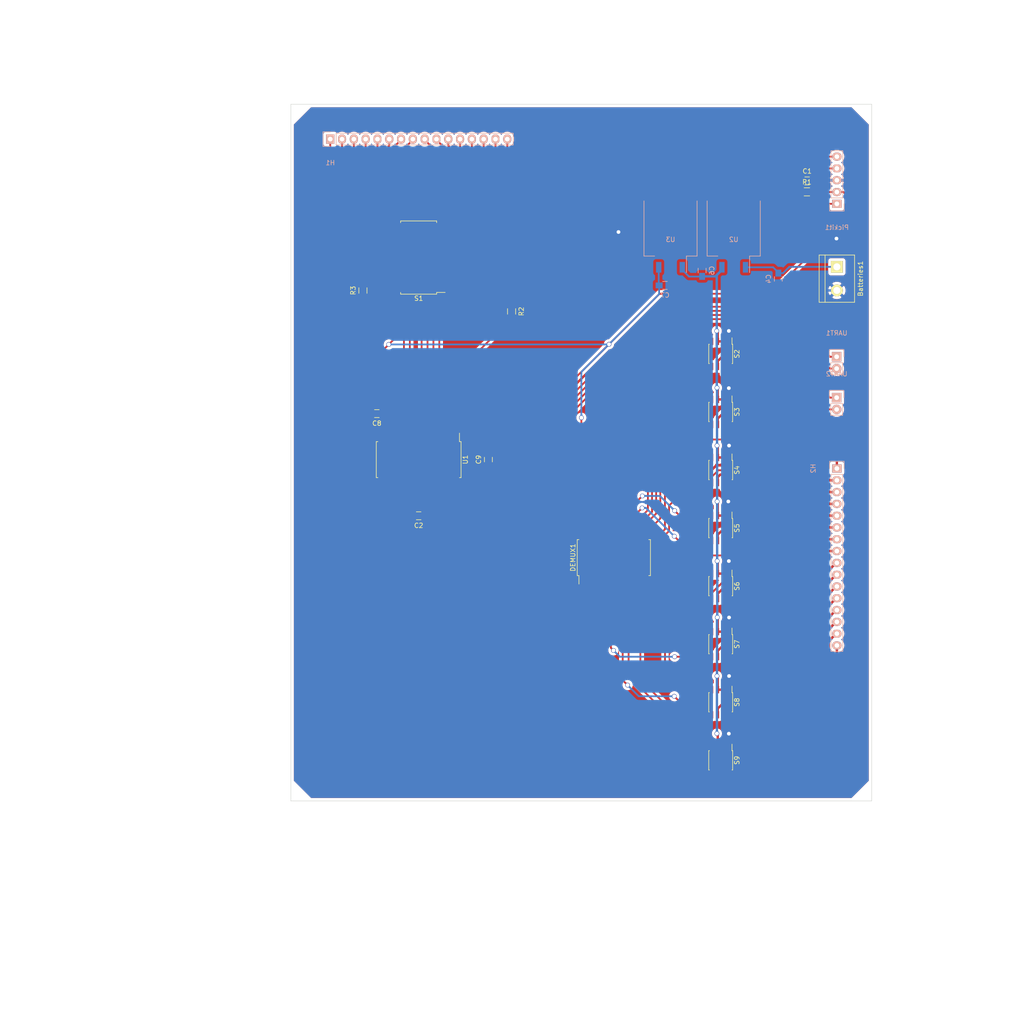
<source format=kicad_pcb>
(kicad_pcb (version 4) (host pcbnew "(2015-06-20 BZR 5796)-product")
  (layers (0 F.Cu mixed) (31 B.Cu mixed) (34 B.Paste user) (35 F.Paste user) (36 B.SilkS user) (37 F.SilkS user) (38 B.Mask user) (39 F.Mask user) (44 Edge.Cuts user))
  (net 0 "")
  (net 1 +12V)
  (net 2 GND)
  (net 3 "Net-(C1-Pad1)")
  (net 4 "Net-(C2-Pad1)")
  (net 5 "Net-(DEMUX1-Pad4)")
  (net 6 "Net-(DEMUX1-Pad5)")
  (net 7 "Net-(DEMUX1-Pad6)")
  (net 8 "Net-(DEMUX1-Pad7)")
  (net 9 "Net-(DEMUX1-Pad8)")
  (net 10 "Net-(DEMUX1-Pad9)")
  (net 11 RB6)
  (net 12 RB7)
  (net 13 RB9)
  (net 14 RB8)
  (net 15 RB10)
  (net 16 "Net-(DEMUX1-Pad16)")
  (net 17 "Net-(DEMUX1-Pad17)")
  (net 18 "Net-(DEMUX1-Pad18)")
  (net 19 "Net-(DEMUX1-Pad19)")
  (net 20 "Net-(DEMUX1-Pad20)")
  (net 21 PGD)
  (net 22 PGC)
  (net 23 "Net-(R2-Pad2)")
  (net 24 "Net-(R3-Pad2)")
  (net 25 RB2)
  (net 26 RB3)
  (net 27 RA2)
  (net 28 RA3)
  (net 29 "Net-(S2-Pad8)")
  (net 30 "Net-(S3-Pad8)")
  (net 31 "Net-(S4-Pad8)")
  (net 32 "Net-(S5-Pad8)")
  (net 33 "Net-(S6-Pad8)")
  (net 34 "Net-(S7-Pad8)")
  (net 35 "Net-(S8-Pad8)")
  (net 36 "Net-(S9-Pad8)")
  (net 37 RA0)
  (net 38 RA1)
  (net 39 RB4)
  (net 40 "Net-(U1-Pad12)")
  (net 41 RB5)
  (net 42 RB11)
  (net 43 RB12)
  (net 44 RB13)
  (net 45 RB14)
  (net 46 RB15)
  (net 47 +5V)
  (net 48 +3.3V)
  (net 49 "Net-(DEMUX1-Pad10)")
  (net 50 "Net-(DEMUX1-Pad11)")
  (net 51 "Net-(DEMUX1-Pad13)")
  (net 52 "Net-(DEMUX1-Pad14)")
  (net 53 "Net-(DEMUX1-Pad15)")
  (net 54 "Net-(H1-Pad1)")
  (net 55 "Net-(H1-Pad2)")
  (net 56 "Net-(H1-Pad3)")
  (net 57 "Net-(H1-Pad4)")
  (net 58 "Net-(H1-Pad5)")
  (net 59 "Net-(H1-Pad6)")
  (net 60 "Net-(H1-Pad7)")
  (net 61 "Net-(H1-Pad8)")
  (net 62 "Net-(H1-Pad9)")
  (net 63 "Net-(H1-Pad10)")
  (net 64 "Net-(H1-Pad11)")
  (net 65 "Net-(H1-Pad12)")
  (net 66 "Net-(H1-Pad13)")
  (net 67 "Net-(H1-Pad14)")
  (net 68 "Net-(H1-Pad15)")
  (net 69 "Net-(H1-Pad16)")
  (net 70 "Net-(H2-Pad1)")
  (net 71 "Net-(H2-Pad2)")
  (net 72 "Net-(H2-Pad3)")
  (net 73 "Net-(H2-Pad4)")
  (net 74 "Net-(H2-Pad5)")
  (net 75 "Net-(H2-Pad6)")
  (net 76 "Net-(H2-Pad7)")
  (net 77 "Net-(H2-Pad8)")
  (net 78 "Net-(H2-Pad9)")
  (net 79 "Net-(H2-Pad10)")
  (net 80 "Net-(H2-Pad11)")
  (net 81 "Net-(H2-Pad12)")
  (net 82 "Net-(H2-Pad13)")
  (net 83 "Net-(H2-Pad14)")
  (net 84 "Net-(H2-Pad15)")
  (net 85 "Net-(H2-Pad16)")
  (net 86 "Net-(S1-Pad22)")
  (module Housings_SOIC:SOIC-28_7.5x17.9mm_Pitch1.27mm (layer F.Cu) (at 140 79 270)
    (fp_text reference U1 (at 0 -10.05 270) (layer F.SilkS))
    (fp_text value dsPIC33FJ128MC802)
    (pad 1 smd rect (at -4.7 -8.255 270) (size 2 0.6) (layers F.Cu F.Paste F.Mask) (net 23 "Net-(R2-Pad2)"))
    (pad 2 smd rect (at -4.7 -6.985 270) (size 2 0.6) (layers F.Cu F.Paste F.Mask) (net 37 RA0))
    (pad 3 smd rect (at -4.7 -5.715 270) (size 2 0.6) (layers F.Cu F.Paste F.Mask) (net 38 RA1))
    (pad 4 smd rect (at -4.7 -4.445 270) (size 2 0.6) (layers F.Cu F.Paste F.Mask) (net 21 PGD))
    (pad 5 smd rect (at -4.7 -3.175 270) (size 2 0.6) (layers F.Cu F.Paste F.Mask) (net 22 PGC))
    (pad 6 smd rect (at -4.7 -1.905 270) (size 2 0.6) (layers F.Cu F.Paste F.Mask) (net 25 RB2))
    (pad 7 smd rect (at -4.7 -0.635 270) (size 2 0.6) (layers F.Cu F.Paste F.Mask) (net 26 RB3))
    (pad 8 smd rect (at -4.7 0.635 270) (size 2 0.6) (layers F.Cu F.Paste F.Mask) (net 2 GND))
    (pad 9 smd rect (at -4.7 1.905 270) (size 2 0.6) (layers F.Cu F.Paste F.Mask) (net 27 RA2))
    (pad 10 smd rect (at -4.7 3.175 270) (size 2 0.6) (layers F.Cu F.Paste F.Mask) (net 28 RA3))
    (pad 11 smd rect (at -4.7 4.445 270) (size 2 0.6) (layers F.Cu F.Paste F.Mask) (net 39 RB4))
    (pad 12 smd rect (at -4.7 5.715 270) (size 2 0.6) (layers F.Cu F.Paste F.Mask) (net 40 "Net-(U1-Pad12)"))
    (pad 13 smd rect (at -4.7 6.985 270) (size 2 0.6) (layers F.Cu F.Paste F.Mask) (net 48 +3.3V))
    (pad 14 smd rect (at -4.7 8.255 270) (size 2 0.6) (layers F.Cu F.Paste F.Mask) (net 41 RB5))
    (pad 15 smd rect (at 4.7 8.255 270) (size 2 0.6) (layers F.Cu F.Paste F.Mask) (net 11 RB6))
    (pad 16 smd rect (at 4.7 6.985 270) (size 2 0.6) (layers F.Cu F.Paste F.Mask) (net 12 RB7))
    (pad 17 smd rect (at 4.7 5.715 270) (size 2 0.6) (layers F.Cu F.Paste F.Mask) (net 14 RB8))
    (pad 18 smd rect (at 4.7 4.445 270) (size 2 0.6) (layers F.Cu F.Paste F.Mask) (net 13 RB9))
    (pad 19 smd rect (at 4.7 3.175 270) (size 2 0.6) (layers F.Cu F.Paste F.Mask) (net 2 GND))
    (pad 20 smd rect (at 4.7 1.905 270) (size 2 0.6) (layers F.Cu F.Paste F.Mask) (net 4 "Net-(C2-Pad1)"))
    (pad 21 smd rect (at 4.7 0.635 270) (size 2 0.6) (layers F.Cu F.Paste F.Mask) (net 15 RB10))
    (pad 22 smd rect (at 4.7 -0.635 270) (size 2 0.6) (layers F.Cu F.Paste F.Mask) (net 42 RB11))
    (pad 23 smd rect (at 4.7 -1.905 270) (size 2 0.6) (layers F.Cu F.Paste F.Mask) (net 43 RB12))
    (pad 24 smd rect (at 4.7 -3.175 270) (size 2 0.6) (layers F.Cu F.Paste F.Mask) (net 44 RB13))
    (pad 25 smd rect (at 4.7 -4.445 270) (size 2 0.6) (layers F.Cu F.Paste F.Mask) (net 45 RB14))
    (pad 26 smd rect (at 4.7 -5.715 270) (size 2 0.6) (layers F.Cu F.Paste F.Mask) (net 46 RB15))
    (pad 27 smd rect (at 4.7 -6.985 270) (size 2 0.6) (layers F.Cu F.Paste F.Mask) (net 2 GND))
    (pad 28 smd rect (at 4.7 -8.255 270) (size 2 0.6) (layers F.Cu F.Paste F.Mask) (net 48 +3.3V))
  )
  (module Pin_Headers:Pin_Header_Straight_1x02 (layer B.Cu) (at 229.95 56.86 180)
    (fp_text reference UART1 (at 0 5.1 180) (layer B.SilkS) (effects (justify mirror)))
    (fp_text value CONN_2)
    (pad 1 thru_hole rect (at 0 0 180) (size 2.032 2.032) (drill 1.016) (layers *.Cu *.Mask B.SilkS) (net 46 RB15) (clearance 0.2))
    (pad 2 thru_hole oval (at 0 -2.54 180) (size 2.032 2.032) (drill 1.016) (layers *.Cu *.Mask B.SilkS) (net 45 RB14) (clearance 0.2))
  )
  (module Capacitors_SMD:C_0805_HandSoldering (layer B.Cu) (at 217.4 40.1 270)
    (fp_text reference C4 (at 0 2.1 270) (layer B.SilkS) (effects (justify mirror)))
    (fp_text value 330nF)
    (pad 1 smd rect (at -1.25 0 270) (size 1.5 1.25) (layers B.Cu B.Paste B.Mask) (net 1 +12V))
    (pad 2 smd rect (at 1.25 0 270) (size 1.5 1.25) (layers B.Cu B.Paste B.Mask) (net 2 GND))
  )
  (module SMD_Packages:TO-263 (layer B.Cu) (at 207.8 37.595 180)
    (fp_text reference U2 (at 0 5.969 180) (layer B.SilkS) (effects (justify mirror)))
    (fp_text value 7805)
    (pad GND smd rect (at 0 0 180) (size 1.143 2.286) (layers B.Cu B.Paste B.Mask) (net 2 GND))
    (pad GND smd rect (at 0 10.795 180) (size 10.80008 6.9977) (layers B.Cu B.Paste B.Mask) (net 2 GND))
    (pad VO smd rect (at 2.54 0 180) (size 1.143 2.286) (layers B.Cu B.Paste B.Mask) (net 47 +5V))
    (pad VI smd rect (at -2.54 0 180) (size 1.143 2.286) (layers B.Cu B.Paste B.Mask) (net 1 +12V))
  )
  (module SMD_Packages:TO-263 (layer B.Cu) (at 194.2 37.595 180)
    (fp_text reference U3 (at 0 5.969 180) (layer B.SilkS) (effects (justify mirror)))
    (fp_text value LM2937-3.3)
    (pad GND smd rect (at 0 0 180) (size 1.143 2.286) (layers B.Cu B.Paste B.Mask) (net 2 GND))
    (pad GND smd rect (at 0 10.795 180) (size 10.80008 6.9977) (layers B.Cu B.Paste B.Mask) (net 2 GND))
    (pad VO smd rect (at 2.54 0 180) (size 1.143 2.286) (layers B.Cu B.Paste B.Mask) (net 48 +3.3V))
    (pad VI smd rect (at -2.54 0 180) (size 1.143 2.286) (layers B.Cu B.Paste B.Mask) (net 47 +5V))
  )
  (module Socket_Strips:Socket_Strip_Straight_1x16 (layer B.Cu) (at 230 80.92 270)
    (fp_text reference H2 (at 0 5.1 270) (layer B.SilkS) (effects (justify mirror)))
    (fp_text value PinHeader)
    (pad 1 thru_hole rect (at 0 0 270) (size 1.7272 2.032) (drill 1.016) (layers *.Cu *.Mask B.SilkS) (net 70 "Net-(H2-Pad1)"))
    (pad 2 thru_hole oval (at 2.54 0 270) (size 1.7272 2.032) (drill 1.016) (layers *.Cu *.Mask B.SilkS) (net 71 "Net-(H2-Pad2)"))
    (pad 3 thru_hole oval (at 5.08 0 270) (size 1.7272 2.032) (drill 1.016) (layers *.Cu *.Mask B.SilkS) (net 72 "Net-(H2-Pad3)"))
    (pad 4 thru_hole oval (at 7.62 0 270) (size 1.7272 2.032) (drill 1.016) (layers *.Cu *.Mask B.SilkS) (net 73 "Net-(H2-Pad4)"))
    (pad 5 thru_hole oval (at 10.16 0 270) (size 1.7272 2.032) (drill 1.016) (layers *.Cu *.Mask B.SilkS) (net 74 "Net-(H2-Pad5)"))
    (pad 6 thru_hole oval (at 12.7 0 270) (size 1.7272 2.032) (drill 1.016) (layers *.Cu *.Mask B.SilkS) (net 75 "Net-(H2-Pad6)"))
    (pad 7 thru_hole oval (at 15.24 0 270) (size 1.7272 2.032) (drill 1.016) (layers *.Cu *.Mask B.SilkS) (net 76 "Net-(H2-Pad7)"))
    (pad 8 thru_hole oval (at 17.78 0 270) (size 1.7272 2.032) (drill 1.016) (layers *.Cu *.Mask B.SilkS) (net 77 "Net-(H2-Pad8)"))
    (pad 9 thru_hole oval (at 20.32 0 270) (size 1.7272 2.032) (drill 1.016) (layers *.Cu *.Mask B.SilkS) (net 78 "Net-(H2-Pad9)"))
    (pad 10 thru_hole oval (at 22.86 0 270) (size 1.7272 2.032) (drill 1.016) (layers *.Cu *.Mask B.SilkS) (net 79 "Net-(H2-Pad10)"))
    (pad 11 thru_hole oval (at 25.4 0 270) (size 1.7272 2.032) (drill 1.016) (layers *.Cu *.Mask B.SilkS) (net 80 "Net-(H2-Pad11)"))
    (pad 12 thru_hole oval (at 27.94 0 270) (size 1.7272 2.032) (drill 1.016) (layers *.Cu *.Mask B.SilkS) (net 81 "Net-(H2-Pad12)"))
    (pad 13 thru_hole oval (at 30.48 0 270) (size 1.7272 2.032) (drill 1.016) (layers *.Cu *.Mask B.SilkS) (net 82 "Net-(H2-Pad13)"))
    (pad 14 thru_hole oval (at 33.02 0 270) (size 1.7272 2.032) (drill 1.016) (layers *.Cu *.Mask B.SilkS) (net 83 "Net-(H2-Pad14)"))
    (pad 15 thru_hole oval (at 35.56 0 270) (size 1.7272 2.032) (drill 1.016) (layers *.Cu *.Mask B.SilkS) (net 84 "Net-(H2-Pad15)"))
    (pad 16 thru_hole oval (at 38.1 0 270) (size 1.7272 2.032) (drill 1.016) (layers *.Cu *.Mask B.SilkS) (net 85 "Net-(H2-Pad16)"))
  )
  (module Housings_SOIC:SOIC-8_3.9x4.9mm_Pitch1.27mm (layer F.Cu) (at 205 68.75 270)
    (fp_text reference S3 (at 0 -3.5 270) (layer F.SilkS))
    (fp_text value TPS2080)
    (pad 1 smd rect (at -2.7 -1.905 270) (size 1.55 0.6) (layers F.Cu F.Paste F.Mask) (net 2 GND))
    (pad 2 smd rect (at -2.7 -0.635 270) (size 1.55 0.6) (layers F.Cu F.Paste F.Mask) (net 47 +5V))
    (pad 3 smd rect (at -2.7 0.635 270) (size 1.55 0.6) (layers F.Cu F.Paste F.Mask) (net 47 +5V))
    (pad 4 smd rect (at -2.7 1.905 270) (size 1.55 0.6) (layers F.Cu F.Paste F.Mask) (net 52 "Net-(DEMUX1-Pad14)"))
    (pad 5 smd rect (at 2.7 1.905 270) (size 1.55 0.6) (layers F.Cu F.Paste F.Mask) (net 51 "Net-(DEMUX1-Pad13)"))
    (pad 6 smd rect (at 2.7 0.635 270) (size 1.55 0.6) (layers F.Cu F.Paste F.Mask) (net 72 "Net-(H2-Pad3)"))
    (pad 7 smd rect (at 2.7 -0.635 270) (size 1.55 0.6) (layers F.Cu F.Paste F.Mask) (net 73 "Net-(H2-Pad4)"))
    (pad 8 smd rect (at 2.7 -1.905 270) (size 1.55 0.6) (layers F.Cu F.Paste F.Mask) (net 30 "Net-(S3-Pad8)"))
  )
  (module Housings_SOIC:SOIC-8_3.9x4.9mm_Pitch1.27mm (layer F.Cu) (at 205 106.25 270)
    (fp_text reference S6 (at 0 -3.5 270) (layer F.SilkS))
    (fp_text value TPS2080)
    (pad 1 smd rect (at -2.7 -1.905 270) (size 1.55 0.6) (layers F.Cu F.Paste F.Mask) (net 2 GND))
    (pad 2 smd rect (at -2.7 -0.635 270) (size 1.55 0.6) (layers F.Cu F.Paste F.Mask) (net 47 +5V))
    (pad 3 smd rect (at -2.7 0.635 270) (size 1.55 0.6) (layers F.Cu F.Paste F.Mask) (net 47 +5V))
    (pad 4 smd rect (at -2.7 1.905 270) (size 1.55 0.6) (layers F.Cu F.Paste F.Mask) (net 6 "Net-(DEMUX1-Pad5)"))
    (pad 5 smd rect (at 2.7 1.905 270) (size 1.55 0.6) (layers F.Cu F.Paste F.Mask) (net 5 "Net-(DEMUX1-Pad4)"))
    (pad 6 smd rect (at 2.7 0.635 270) (size 1.55 0.6) (layers F.Cu F.Paste F.Mask) (net 78 "Net-(H2-Pad9)"))
    (pad 7 smd rect (at 2.7 -0.635 270) (size 1.55 0.6) (layers F.Cu F.Paste F.Mask) (net 79 "Net-(H2-Pad10)"))
    (pad 8 smd rect (at 2.7 -1.905 270) (size 1.55 0.6) (layers F.Cu F.Paste F.Mask) (net 33 "Net-(S6-Pad8)"))
  )
  (module Housings_SOIC:SOIC-24_7.5x15.4mm_Pitch1.27mm (layer F.Cu) (at 140 35.5 180)
    (fp_text reference S1 (at 0 -8.8 180) (layer F.SilkS))
    (fp_text value CAT4016)
    (pad 1 smd rect (at -4.7 -6.985 180) (size 2 0.6) (layers F.Cu F.Paste F.Mask) (net 2 GND))
    (pad 2 smd rect (at -4.7 -5.715 180) (size 2 0.6) (layers F.Cu F.Paste F.Mask) (net 26 RB3))
    (pad 3 smd rect (at -4.7 -4.445 180) (size 2 0.6) (layers F.Cu F.Paste F.Mask) (net 25 RB2))
    (pad 4 smd rect (at -4.7 -3.175 180) (size 2 0.6) (layers F.Cu F.Paste F.Mask) (net 27 RA2))
    (pad 5 smd rect (at -4.7 -1.905 180) (size 2 0.6) (layers F.Cu F.Paste F.Mask) (net 69 "Net-(H1-Pad16)"))
    (pad 6 smd rect (at -4.7 -0.635 180) (size 2 0.6) (layers F.Cu F.Paste F.Mask) (net 68 "Net-(H1-Pad15)"))
    (pad 7 smd rect (at -4.7 0.635 180) (size 2 0.6) (layers F.Cu F.Paste F.Mask) (net 67 "Net-(H1-Pad14)"))
    (pad 8 smd rect (at -4.7 1.905 180) (size 2 0.6) (layers F.Cu F.Paste F.Mask) (net 66 "Net-(H1-Pad13)"))
    (pad 9 smd rect (at -4.7 3.175 180) (size 2 0.6) (layers F.Cu F.Paste F.Mask) (net 65 "Net-(H1-Pad12)"))
    (pad 10 smd rect (at -4.7 4.445 180) (size 2 0.6) (layers F.Cu F.Paste F.Mask) (net 64 "Net-(H1-Pad11)"))
    (pad 11 smd rect (at -4.7 5.715 180) (size 2 0.6) (layers F.Cu F.Paste F.Mask) (net 63 "Net-(H1-Pad10)"))
    (pad 12 smd rect (at -4.7 6.985 180) (size 2 0.6) (layers F.Cu F.Paste F.Mask) (net 62 "Net-(H1-Pad9)"))
    (pad 13 smd rect (at 4.7 6.985 180) (size 2 0.6) (layers F.Cu F.Paste F.Mask) (net 61 "Net-(H1-Pad8)"))
    (pad 14 smd rect (at 4.7 5.715 180) (size 2 0.6) (layers F.Cu F.Paste F.Mask) (net 60 "Net-(H1-Pad7)"))
    (pad 15 smd rect (at 4.7 4.445 180) (size 2 0.6) (layers F.Cu F.Paste F.Mask) (net 59 "Net-(H1-Pad6)"))
    (pad 16 smd rect (at 4.7 3.175 180) (size 2 0.6) (layers F.Cu F.Paste F.Mask) (net 58 "Net-(H1-Pad5)"))
    (pad 17 smd rect (at 4.7 1.905 180) (size 2 0.6) (layers F.Cu F.Paste F.Mask) (net 57 "Net-(H1-Pad4)"))
    (pad 18 smd rect (at 4.7 0.635 180) (size 2 0.6) (layers F.Cu F.Paste F.Mask) (net 56 "Net-(H1-Pad3)"))
    (pad 19 smd rect (at 4.7 -0.635 180) (size 2 0.6) (layers F.Cu F.Paste F.Mask) (net 55 "Net-(H1-Pad2)"))
    (pad 20 smd rect (at 4.7 -1.905 180) (size 2 0.6) (layers F.Cu F.Paste F.Mask) (net 54 "Net-(H1-Pad1)"))
    (pad 21 smd rect (at 4.7 -3.175 180) (size 2 0.6) (layers F.Cu F.Paste F.Mask) (net 28 RA3))
    (pad 22 smd rect (at 4.7 -4.445 180) (size 2 0.6) (layers F.Cu F.Paste F.Mask) (net 86 "Net-(S1-Pad22)"))
    (pad 23 smd rect (at 4.7 -5.715 180) (size 2 0.6) (layers F.Cu F.Paste F.Mask) (net 24 "Net-(R3-Pad2)"))
    (pad 24 smd rect (at 4.7 -6.985 180) (size 2 0.6) (layers F.Cu F.Paste F.Mask) (net 48 +3.3V))
  )
  (module Housings_SOIC:SOIC-24_7.5x15.4mm_Pitch1.27mm (layer F.Cu) (at 182 100.1 90)
    (fp_text reference DEMUX1 (at 0 -8.8 90) (layer F.SilkS))
    (fp_text value 74HC4514)
    (pad 1 smd rect (at -4.7 -6.985 90) (size 2 0.6) (layers F.Cu F.Paste F.Mask) (net 11 RB6))
    (pad 2 smd rect (at -4.7 -5.715 90) (size 2 0.6) (layers F.Cu F.Paste F.Mask) (net 12 RB7))
    (pad 3 smd rect (at -4.7 -4.445 90) (size 2 0.6) (layers F.Cu F.Paste F.Mask) (net 14 RB8))
    (pad 4 smd rect (at -4.7 -3.175 90) (size 2 0.6) (layers F.Cu F.Paste F.Mask) (net 5 "Net-(DEMUX1-Pad4)"))
    (pad 5 smd rect (at -4.7 -1.905 90) (size 2 0.6) (layers F.Cu F.Paste F.Mask) (net 6 "Net-(DEMUX1-Pad5)"))
    (pad 6 smd rect (at -4.7 -0.635 90) (size 2 0.6) (layers F.Cu F.Paste F.Mask) (net 7 "Net-(DEMUX1-Pad6)"))
    (pad 7 smd rect (at -4.7 0.635 90) (size 2 0.6) (layers F.Cu F.Paste F.Mask) (net 8 "Net-(DEMUX1-Pad7)"))
    (pad 8 smd rect (at -4.7 1.905 90) (size 2 0.6) (layers F.Cu F.Paste F.Mask) (net 9 "Net-(DEMUX1-Pad8)"))
    (pad 9 smd rect (at -4.7 3.175 90) (size 2 0.6) (layers F.Cu F.Paste F.Mask) (net 10 "Net-(DEMUX1-Pad9)"))
    (pad 10 smd rect (at -4.7 4.445 90) (size 2 0.6) (layers F.Cu F.Paste F.Mask) (net 49 "Net-(DEMUX1-Pad10)"))
    (pad 11 smd rect (at -4.7 5.715 90) (size 2 0.6) (layers F.Cu F.Paste F.Mask) (net 50 "Net-(DEMUX1-Pad11)"))
    (pad 12 smd rect (at -4.7 6.985 90) (size 2 0.6) (layers F.Cu F.Paste F.Mask) (net 2 GND))
    (pad 13 smd rect (at 4.7 6.985 90) (size 2 0.6) (layers F.Cu F.Paste F.Mask) (net 51 "Net-(DEMUX1-Pad13)"))
    (pad 14 smd rect (at 4.7 5.715 90) (size 2 0.6) (layers F.Cu F.Paste F.Mask) (net 52 "Net-(DEMUX1-Pad14)"))
    (pad 15 smd rect (at 4.7 4.445 90) (size 2 0.6) (layers F.Cu F.Paste F.Mask) (net 53 "Net-(DEMUX1-Pad15)"))
    (pad 16 smd rect (at 4.7 3.175 90) (size 2 0.6) (layers F.Cu F.Paste F.Mask) (net 16 "Net-(DEMUX1-Pad16)"))
    (pad 17 smd rect (at 4.7 1.905 90) (size 2 0.6) (layers F.Cu F.Paste F.Mask) (net 17 "Net-(DEMUX1-Pad17)"))
    (pad 18 smd rect (at 4.7 0.635 90) (size 2 0.6) (layers F.Cu F.Paste F.Mask) (net 18 "Net-(DEMUX1-Pad18)"))
    (pad 19 smd rect (at 4.7 -0.635 90) (size 2 0.6) (layers F.Cu F.Paste F.Mask) (net 19 "Net-(DEMUX1-Pad19)"))
    (pad 20 smd rect (at 4.7 -1.905 90) (size 2 0.6) (layers F.Cu F.Paste F.Mask) (net 20 "Net-(DEMUX1-Pad20)"))
    (pad 21 smd rect (at 4.7 -3.175 90) (size 2 0.6) (layers F.Cu F.Paste F.Mask) (net 13 RB9))
    (pad 22 smd rect (at 4.7 -4.445 90) (size 2 0.6) (layers F.Cu F.Paste F.Mask) (net 15 RB10))
    (pad 23 smd rect (at 4.7 -5.715 90) (size 2 0.6) (layers F.Cu F.Paste F.Mask) (net 42 RB11))
    (pad 24 smd rect (at 4.7 -6.985 90) (size 2 0.6) (layers F.Cu F.Paste F.Mask) (net 48 +3.3V))
  )
  (module Capacitors_SMD:C_0805_HandSoldering (layer B.Cu) (at 193 41.5)
    (fp_text reference C7 (at 0 2.1) (layer B.SilkS) (effects (justify mirror)))
    (fp_text value 10uF)
    (pad 1 smd rect (at -1.25 0) (size 1.5 1.25) (layers B.Cu B.Paste B.Mask) (net 48 +3.3V))
    (pad 2 smd rect (at 1.25 0) (size 1.5 1.25) (layers B.Cu B.Paste B.Mask) (net 2 GND))
  )
  (module Housings_SOIC:SOIC-8_3.9x4.9mm_Pitch1.27mm (layer F.Cu) (at 205 118.75 270)
    (fp_text reference S7 (at 0 -3.5 270) (layer F.SilkS))
    (fp_text value TPS2080)
    (pad 1 smd rect (at -2.7 -1.905 270) (size 1.55 0.6) (layers F.Cu F.Paste F.Mask) (net 2 GND))
    (pad 2 smd rect (at -2.7 -0.635 270) (size 1.55 0.6) (layers F.Cu F.Paste F.Mask) (net 47 +5V))
    (pad 3 smd rect (at -2.7 0.635 270) (size 1.55 0.6) (layers F.Cu F.Paste F.Mask) (net 47 +5V))
    (pad 4 smd rect (at -2.7 1.905 270) (size 1.55 0.6) (layers F.Cu F.Paste F.Mask) (net 8 "Net-(DEMUX1-Pad7)"))
    (pad 5 smd rect (at 2.7 1.905 270) (size 1.55 0.6) (layers F.Cu F.Paste F.Mask) (net 7 "Net-(DEMUX1-Pad6)"))
    (pad 6 smd rect (at 2.7 0.635 270) (size 1.55 0.6) (layers F.Cu F.Paste F.Mask) (net 80 "Net-(H2-Pad11)"))
    (pad 7 smd rect (at 2.7 -0.635 270) (size 1.55 0.6) (layers F.Cu F.Paste F.Mask) (net 81 "Net-(H2-Pad12)"))
    (pad 8 smd rect (at 2.7 -1.905 270) (size 1.55 0.6) (layers F.Cu F.Paste F.Mask) (net 34 "Net-(S7-Pad8)"))
  )
  (module Housings_SOIC:SOIC-8_3.9x4.9mm_Pitch1.27mm (layer F.Cu) (at 205 56.25 270)
    (fp_text reference S2 (at 0 -3.5 270) (layer F.SilkS))
    (fp_text value TPS2080)
    (pad 1 smd rect (at -2.7 -1.905 270) (size 1.55 0.6) (layers F.Cu F.Paste F.Mask) (net 2 GND))
    (pad 2 smd rect (at -2.7 -0.635 270) (size 1.55 0.6) (layers F.Cu F.Paste F.Mask) (net 47 +5V))
    (pad 3 smd rect (at -2.7 0.635 270) (size 1.55 0.6) (layers F.Cu F.Paste F.Mask) (net 47 +5V))
    (pad 4 smd rect (at -2.7 1.905 270) (size 1.55 0.6) (layers F.Cu F.Paste F.Mask) (net 16 "Net-(DEMUX1-Pad16)"))
    (pad 5 smd rect (at 2.7 1.905 270) (size 1.55 0.6) (layers F.Cu F.Paste F.Mask) (net 53 "Net-(DEMUX1-Pad15)"))
    (pad 6 smd rect (at 2.7 0.635 270) (size 1.55 0.6) (layers F.Cu F.Paste F.Mask) (net 70 "Net-(H2-Pad1)"))
    (pad 7 smd rect (at 2.7 -0.635 270) (size 1.55 0.6) (layers F.Cu F.Paste F.Mask) (net 71 "Net-(H2-Pad2)"))
    (pad 8 smd rect (at 2.7 -1.905 270) (size 1.55 0.6) (layers F.Cu F.Paste F.Mask) (net 29 "Net-(S2-Pad8)"))
  )
  (module Housings_SOIC:SOIC-8_3.9x4.9mm_Pitch1.27mm (layer F.Cu) (at 205 81.25 270)
    (fp_text reference S4 (at 0 -3.5 270) (layer F.SilkS))
    (fp_text value TPS2080)
    (pad 1 smd rect (at -2.7 -1.905 270) (size 1.55 0.6) (layers F.Cu F.Paste F.Mask) (net 2 GND))
    (pad 2 smd rect (at -2.7 -0.635 270) (size 1.55 0.6) (layers F.Cu F.Paste F.Mask) (net 47 +5V))
    (pad 3 smd rect (at -2.7 0.635 270) (size 1.55 0.6) (layers F.Cu F.Paste F.Mask) (net 47 +5V))
    (pad 4 smd rect (at -2.7 1.905 270) (size 1.55 0.6) (layers F.Cu F.Paste F.Mask) (net 20 "Net-(DEMUX1-Pad20)"))
    (pad 5 smd rect (at 2.7 1.905 270) (size 1.55 0.6) (layers F.Cu F.Paste F.Mask) (net 19 "Net-(DEMUX1-Pad19)"))
    (pad 6 smd rect (at 2.7 0.635 270) (size 1.55 0.6) (layers F.Cu F.Paste F.Mask) (net 74 "Net-(H2-Pad5)"))
    (pad 7 smd rect (at 2.7 -0.635 270) (size 1.55 0.6) (layers F.Cu F.Paste F.Mask) (net 75 "Net-(H2-Pad6)"))
    (pad 8 smd rect (at 2.7 -1.905 270) (size 1.55 0.6) (layers F.Cu F.Paste F.Mask) (net 31 "Net-(S4-Pad8)"))
  )
  (module Housings_SOIC:SOIC-8_3.9x4.9mm_Pitch1.27mm (layer F.Cu) (at 205 93.75 270)
    (fp_text reference S5 (at 0 -3.5 270) (layer F.SilkS))
    (fp_text value TPS2080)
    (pad 1 smd rect (at -2.7 -1.905 270) (size 1.55 0.6) (layers F.Cu F.Paste F.Mask) (net 2 GND))
    (pad 2 smd rect (at -2.7 -0.635 270) (size 1.55 0.6) (layers F.Cu F.Paste F.Mask) (net 47 +5V))
    (pad 3 smd rect (at -2.7 0.635 270) (size 1.55 0.6) (layers F.Cu F.Paste F.Mask) (net 47 +5V))
    (pad 4 smd rect (at -2.7 1.905 270) (size 1.55 0.6) (layers F.Cu F.Paste F.Mask) (net 18 "Net-(DEMUX1-Pad18)"))
    (pad 5 smd rect (at 2.7 1.905 270) (size 1.55 0.6) (layers F.Cu F.Paste F.Mask) (net 17 "Net-(DEMUX1-Pad17)"))
    (pad 6 smd rect (at 2.7 0.635 270) (size 1.55 0.6) (layers F.Cu F.Paste F.Mask) (net 76 "Net-(H2-Pad7)"))
    (pad 7 smd rect (at 2.7 -0.635 270) (size 1.55 0.6) (layers F.Cu F.Paste F.Mask) (net 77 "Net-(H2-Pad8)"))
    (pad 8 smd rect (at 2.7 -1.905 270) (size 1.55 0.6) (layers F.Cu F.Paste F.Mask) (net 32 "Net-(S5-Pad8)"))
  )
  (module Housings_SOIC:SOIC-8_3.9x4.9mm_Pitch1.27mm (layer F.Cu) (at 205 131.25 270)
    (fp_text reference S8 (at 0 -3.5 270) (layer F.SilkS))
    (fp_text value TPS2080)
    (pad 1 smd rect (at -2.7 -1.905 270) (size 1.55 0.6) (layers F.Cu F.Paste F.Mask) (net 2 GND))
    (pad 2 smd rect (at -2.7 -0.635 270) (size 1.55 0.6) (layers F.Cu F.Paste F.Mask) (net 47 +5V))
    (pad 3 smd rect (at -2.7 0.635 270) (size 1.55 0.6) (layers F.Cu F.Paste F.Mask) (net 47 +5V))
    (pad 4 smd rect (at -2.7 1.905 270) (size 1.55 0.6) (layers F.Cu F.Paste F.Mask) (net 49 "Net-(DEMUX1-Pad10)"))
    (pad 5 smd rect (at 2.7 1.905 270) (size 1.55 0.6) (layers F.Cu F.Paste F.Mask) (net 9 "Net-(DEMUX1-Pad8)"))
    (pad 6 smd rect (at 2.7 0.635 270) (size 1.55 0.6) (layers F.Cu F.Paste F.Mask) (net 82 "Net-(H2-Pad13)"))
    (pad 7 smd rect (at 2.7 -0.635 270) (size 1.55 0.6) (layers F.Cu F.Paste F.Mask) (net 83 "Net-(H2-Pad14)"))
    (pad 8 smd rect (at 2.7 -1.905 270) (size 1.55 0.6) (layers F.Cu F.Paste F.Mask) (net 35 "Net-(S8-Pad8)"))
  )
  (module Housings_SOIC:SOIC-8_3.9x4.9mm_Pitch1.27mm (layer F.Cu) (at 205 143.75 270)
    (fp_text reference S9 (at 0 -3.5 270) (layer F.SilkS))
    (fp_text value TPS2080)
    (pad 1 smd rect (at -2.7 -1.905 270) (size 1.55 0.6) (layers F.Cu F.Paste F.Mask) (net 2 GND))
    (pad 2 smd rect (at -2.7 -0.635 270) (size 1.55 0.6) (layers F.Cu F.Paste F.Mask) (net 47 +5V))
    (pad 3 smd rect (at -2.7 0.635 270) (size 1.55 0.6) (layers F.Cu F.Paste F.Mask) (net 47 +5V))
    (pad 4 smd rect (at -2.7 1.905 270) (size 1.55 0.6) (layers F.Cu F.Paste F.Mask) (net 50 "Net-(DEMUX1-Pad11)"))
    (pad 5 smd rect (at 2.7 1.905 270) (size 1.55 0.6) (layers F.Cu F.Paste F.Mask) (net 10 "Net-(DEMUX1-Pad9)"))
    (pad 6 smd rect (at 2.7 0.635 270) (size 1.55 0.6) (layers F.Cu F.Paste F.Mask) (net 84 "Net-(H2-Pad15)"))
    (pad 7 smd rect (at 2.7 -0.635 270) (size 1.55 0.6) (layers F.Cu F.Paste F.Mask) (net 85 "Net-(H2-Pad16)"))
    (pad 8 smd rect (at 2.7 -1.905 270) (size 1.55 0.6) (layers F.Cu F.Paste F.Mask) (net 36 "Net-(S9-Pad8)"))
  )
  (module Connect:bornier2 (layer F.Cu) (at 230 40.04 270)
    (fp_text reference Batteries1 (at 0 -5.08 270) (layer F.SilkS))
    (fp_text value CONN_2)
    (pad 1 thru_hole rect (at -2.54 0 270) (size 2.54 2.54) (drill 1.524) (layers *.Cu *.Mask F.SilkS) (net 1 +12V))
    (pad 2 thru_hole circle (at 2.54 0 270) (size 2.54 2.54) (drill 1.524) (layers *.Cu *.Mask F.SilkS) (net 2 GND))
  )
  (module Capacitors_SMD:C_0805_HandSoldering (layer F.Cu) (at 223.6 19)
    (fp_text reference C1 (at 0 -2.1) (layer F.SilkS))
    (fp_text value 100nF)
    (pad 1 smd rect (at -1.25 0) (size 1.5 1.25) (layers F.Cu F.Paste F.Mask) (net 3 "Net-(C1-Pad1)"))
    (pad 2 smd rect (at 1.25 0) (size 1.5 1.25) (layers F.Cu F.Paste F.Mask) (net 2 GND))
  )
  (module Capacitors_SMD:C_0805_HandSoldering (layer F.Cu) (at 140 91.1 180)
    (fp_text reference C2 (at 0 -2.1 180) (layer F.SilkS))
    (fp_text value 10uF)
    (pad 1 smd rect (at -1.25 0 180) (size 1.5 1.25) (layers F.Cu F.Paste F.Mask) (net 4 "Net-(C2-Pad1)"))
    (pad 2 smd rect (at 1.25 0 180) (size 1.5 1.25) (layers F.Cu F.Paste F.Mask) (net 2 GND))
  )
  (module Capacitors_SMD:C_0805_HandSoldering (layer B.Cu) (at 201 38.3 90)
    (fp_text reference C6 (at 0 2.1 90) (layer B.SilkS) (effects (justify mirror)))
    (fp_text value 100nF)
    (pad 1 smd rect (at -1.25 0 90) (size 1.5 1.25) (layers B.Cu B.Paste B.Mask) (net 47 +5V))
    (pad 2 smd rect (at 1.25 0 90) (size 1.5 1.25) (layers B.Cu B.Paste B.Mask) (net 2 GND))
  )
  (module Pin_Headers:Pin_Header_Straight_1x05 (layer B.Cu) (at 230 23.93)
    (fp_text reference Pickit1 (at 0 5.1) (layer B.SilkS) (effects (justify mirror)))
    (fp_text value CONN_5)
    (pad 1 thru_hole rect (at 0 0) (size 2.032 1.7272) (drill 1.016) (layers *.Cu *.Mask B.SilkS) (net 3 "Net-(C1-Pad1)"))
    (pad 2 thru_hole oval (at 0 -2.54) (size 2.032 1.7272) (drill 1.016) (layers *.Cu *.Mask B.SilkS) (net 48 +3.3V))
    (pad 3 thru_hole oval (at 0 -5.08) (size 2.032 1.7272) (drill 1.016) (layers *.Cu *.Mask B.SilkS) (net 2 GND))
    (pad 4 thru_hole oval (at 0 -7.62) (size 2.032 1.7272) (drill 1.016) (layers *.Cu *.Mask B.SilkS) (net 21 PGD))
    (pad 5 thru_hole oval (at 0 -10.16) (size 2.032 1.7272) (drill 1.016) (layers *.Cu *.Mask B.SilkS) (net 22 PGC))
  )
  (module Resistors_SMD:R_0805_HandSoldering (layer F.Cu) (at 223.55 21.35)
    (fp_text reference R1 (at 0 -2.1) (layer F.SilkS))
    (fp_text value 10kOhm)
    (pad 1 smd rect (at -1.35 0) (size 1.5 1.3) (layers F.Cu F.Paste F.Mask) (net 3 "Net-(C1-Pad1)"))
    (pad 2 smd rect (at 1.35 0) (size 1.5 1.3) (layers F.Cu F.Paste F.Mask) (net 48 +3.3V))
  )
  (module Resistors_SMD:R_0805_HandSoldering (layer F.Cu) (at 160 47.1 270)
    (fp_text reference R2 (at 0 -2.1 270) (layer F.SilkS))
    (fp_text value 470Ohm)
    (pad 1 smd rect (at -1.35 0 270) (size 1.5 1.3) (layers F.Cu F.Paste F.Mask) (net 3 "Net-(C1-Pad1)"))
    (pad 2 smd rect (at 1.35 0 270) (size 1.5 1.3) (layers F.Cu F.Paste F.Mask) (net 23 "Net-(R2-Pad2)"))
  )
  (module Resistors_SMD:R_0805_HandSoldering (layer F.Cu) (at 128 42.6 90)
    (fp_text reference R3 (at 0 -2.1 90) (layer F.SilkS))
    (fp_text value TODO)
    (pad 1 smd rect (at -1.35 0 90) (size 1.5 1.3) (layers F.Cu F.Paste F.Mask) (net 2 GND))
    (pad 2 smd rect (at 1.35 0 90) (size 1.5 1.3) (layers F.Cu F.Paste F.Mask) (net 24 "Net-(R3-Pad2)"))
  )
  (module Pin_Headers:Pin_Header_Straight_1x02 (layer B.Cu) (at 229.95 65.66 180)
    (fp_text reference UART2 (at 0 5.1 180) (layer B.SilkS) (effects (justify mirror)))
    (fp_text value CONN_2)
    (pad 1 thru_hole rect (at 0 0 180) (size 2.032 2.032) (drill 1.016) (layers *.Cu *.Mask B.SilkS) (net 44 RB13) (clearance 0.2))
    (pad 2 thru_hole oval (at 0 -2.54 180) (size 2.032 2.032) (drill oval 1) (layers *.Cu *.Mask B.SilkS) (net 43 RB12) (clearance 0.2))
  )
  (module Capacitors_SMD:C_0805_HandSoldering (layer F.Cu) (at 131 69.1 180)
    (fp_text reference C8 (at 0 -2.1 180) (layer F.SilkS))
    (fp_text value 0,1uF)
    (pad 1 smd rect (at -1.25 0 180) (size 1.5 1.25) (layers F.Cu F.Paste F.Mask) (net 48 +3.3V))
    (pad 2 smd rect (at 1.25 0 180) (size 1.5 1.25) (layers F.Cu F.Paste F.Mask) (net 2 GND))
  )
  (module Capacitors_SMD:C_0805_HandSoldering (layer F.Cu) (at 155 79 90)
    (fp_text reference C9 (at 0 -2.1 90) (layer F.SilkS))
    (fp_text value 0,1uF)
    (pad 1 smd rect (at -1.25 0 90) (size 1.5 1.25) (layers F.Cu F.Paste F.Mask) (net 48 +3.3V))
    (pad 2 smd rect (at 1.25 0 90) (size 1.5 1.25) (layers F.Cu F.Paste F.Mask) (net 2 GND))
  )
  (module Socket_Strips:Socket_Strip_Straight_1x16 (layer B.Cu) (at 120.97 10)
    (fp_text reference H1 (at 0 5.1) (layer B.SilkS) (effects (justify mirror)))
    (fp_text value PinHeader)
    (pad 1 thru_hole rect (at 0 0) (size 1.7272 2.032) (drill 1.016) (layers *.Cu *.Mask B.SilkS) (net 54 "Net-(H1-Pad1)"))
    (pad 2 thru_hole oval (at 2.54 0) (size 1.7272 2.032) (drill 1.016) (layers *.Cu *.Mask B.SilkS) (net 55 "Net-(H1-Pad2)"))
    (pad 3 thru_hole oval (at 5.08 0) (size 1.7272 2.032) (drill 1.016) (layers *.Cu *.Mask B.SilkS) (net 56 "Net-(H1-Pad3)"))
    (pad 4 thru_hole oval (at 7.62 0) (size 1.7272 2.032) (drill 1.016) (layers *.Cu *.Mask B.SilkS) (net 57 "Net-(H1-Pad4)"))
    (pad 5 thru_hole oval (at 10.16 0) (size 1.7272 2.032) (drill 1.016) (layers *.Cu *.Mask B.SilkS) (net 58 "Net-(H1-Pad5)"))
    (pad 6 thru_hole oval (at 12.7 0) (size 1.7272 2.032) (drill 1.016) (layers *.Cu *.Mask B.SilkS) (net 59 "Net-(H1-Pad6)"))
    (pad 7 thru_hole oval (at 15.24 0) (size 1.7272 2.032) (drill 1.016) (layers *.Cu *.Mask B.SilkS) (net 60 "Net-(H1-Pad7)"))
    (pad 8 thru_hole oval (at 17.78 0) (size 1.7272 2.032) (drill 1.016) (layers *.Cu *.Mask B.SilkS) (net 61 "Net-(H1-Pad8)"))
    (pad 9 thru_hole oval (at 20.32 0) (size 1.7272 2.032) (drill 1.016) (layers *.Cu *.Mask B.SilkS) (net 62 "Net-(H1-Pad9)"))
    (pad 10 thru_hole oval (at 22.86 0) (size 1.7272 2.032) (drill 1.016) (layers *.Cu *.Mask B.SilkS) (net 63 "Net-(H1-Pad10)"))
    (pad 11 thru_hole oval (at 25.4 0) (size 1.7272 2.032) (drill 1.016) (layers *.Cu *.Mask B.SilkS) (net 64 "Net-(H1-Pad11)"))
    (pad 12 thru_hole oval (at 27.94 0) (size 1.7272 2.032) (drill 1.016) (layers *.Cu *.Mask B.SilkS) (net 65 "Net-(H1-Pad12)"))
    (pad 13 thru_hole oval (at 30.48 0) (size 1.7272 2.032) (drill 1.016) (layers *.Cu *.Mask B.SilkS) (net 66 "Net-(H1-Pad13)"))
    (pad 14 thru_hole oval (at 33.02 0) (size 1.7272 2.032) (drill 1.016) (layers *.Cu *.Mask B.SilkS) (net 67 "Net-(H1-Pad14)"))
    (pad 15 thru_hole oval (at 35.56 0) (size 1.7272 2.032) (drill 1.016) (layers *.Cu *.Mask B.SilkS) (net 68 "Net-(H1-Pad15)"))
    (pad 16 thru_hole oval (at 38.1 0) (size 1.7272 2.032) (drill 1.016) (layers *.Cu *.Mask B.SilkS) (net 69 "Net-(H1-Pad16)"))
  )
  (gr_text "Carte OlINPiades - 2015\nRobotronik" (at 147.5 137.5) (layer F.Cu) (effects (font (size 2 2) (thickness 0.4))))
  (gr_line (start 237.5 2.5) (end 237.5 152.5) (layer Edge.Cuts) (width 0.1))
  (gr_line (start 112.5 2.5) (end 237.5 2.5) (layer Edge.Cuts) (width 0.1))
  (gr_line (start 112.5 152.5) (end 112.5 2.5) (layer Edge.Cuts) (width 0.1))
  (gr_line (start 237.5 152.5) (end 112.5 152.5) (layer Edge.Cuts) (width 0.1))
  (segment (start 217.4 38.85) (end 218.406 38.85) (width 0.381) (layer B.Cu) (net 1))
  (segment (start 218.406 38.85) (end 219.756 37.5) (width 0.381) (layer B.Cu) (net 1))
  (segment (start 219.756 37.5) (end 230 37.5) (width 0.381) (layer B.Cu) (net 1))
  (segment (start 210.34 37.595) (end 216.27 37.595) (width 0.381) (layer B.Cu) (net 1))
  (segment (start 216.27 37.595) (end 217.4 38.725) (width 0.381) (layer B.Cu) (net 1))
  (segment (start 217.4 38.725) (end 217.4 38.85) (width 0.381) (layer B.Cu) (net 1))
  (segment (start 210.25 37.685) (end 210.34 37.595) (width 0.381) (layer B.Cu) (net 1))
  (segment (start 210.435 37.5) (end 210.34 37.595) (width 0.381) (layer B.Cu) (net 1))
  (segment (start 128 43.95) (end 128 44.05) (width 0.381) (layer F.Cu) (net 2))
  (segment (start 128 44.05) (end 129.786628 45.836628) (width 0.381) (layer F.Cu) (net 2))
  (segment (start 129.786628 45.836628) (end 129.786628 68.057372) (width 0.381) (layer F.Cu) (net 2))
  (segment (start 129.786628 68.057372) (end 129.75 68.094) (width 0.381) (layer F.Cu) (net 2))
  (segment (start 129.75 68.094) (end 129.75 69.1) (width 0.381) (layer F.Cu) (net 2))
  (segment (start 183 30) (end 156.7 56.3) (width 0.381) (layer F.Cu) (net 2))
  (segment (start 156.7 56.3) (end 156.7 75.925) (width 0.381) (layer F.Cu) (net 2))
  (segment (start 155 77.625) (end 155 77.75) (width 0.381) (layer F.Cu) (net 2))
  (segment (start 156.7 75.925) (end 155 77.625) (width 0.381) (layer F.Cu) (net 2))
  (segment (start 217.4 41.35) (end 215.014564 41.35) (width 0.508) (layer B.Cu) (net 2))
  (segment (start 215.014564 41.35) (end 206.753007 49.611557) (width 0.508) (layer B.Cu) (net 2))
  (segment (start 206.753007 49.611557) (end 206.753007 51.29852) (width 0.508) (layer B.Cu) (net 2))
  (segment (start 217.4 41.35) (end 210.9835 41.35) (width 0.508) (layer B.Cu) (net 2))
  (segment (start 210.9835 41.35) (end 207.8 38.1665) (width 0.508) (layer B.Cu) (net 2))
  (segment (start 207.8 38.1665) (end 207.8 37.595) (width 0.508) (layer B.Cu) (net 2))
  (segment (start 206.905 53.55) (end 206.905 51.450513) (width 0.508) (layer F.Cu) (net 2))
  (segment (start 206.905 51.450513) (end 206.753007 51.29852) (width 0.508) (layer F.Cu) (net 2))
  (segment (start 206.905 66.05) (end 206.905 63.774481) (width 0.508) (layer F.Cu) (net 2))
  (segment (start 206.905 63.774481) (end 206.747897 63.617378) (width 0.508) (layer F.Cu) (net 2))
  (segment (start 206.905 78.55) (end 206.905 76.093995) (width 0.508) (layer F.Cu) (net 2))
  (segment (start 206.905 76.093995) (end 206.795635 75.98463) (width 0.508) (layer F.Cu) (net 2))
  (segment (start 206.905 91.05) (end 206.905 88.287584) (width 0.508) (layer F.Cu) (net 2))
  (segment (start 206.905 88.287584) (end 206.638301 88.020885) (width 0.508) (layer F.Cu) (net 2))
  (segment (start 206.905 103.55) (end 206.905 101.006031) (width 0.508) (layer F.Cu) (net 2))
  (segment (start 206.905 101.006031) (end 206.75 100.851031) (width 0.508) (layer F.Cu) (net 2))
  (segment (start 206.905 116.05) (end 206.905 113.105) (width 0.508) (layer F.Cu) (net 2))
  (segment (start 206.905 113.105) (end 206.8 113) (width 0.508) (layer F.Cu) (net 2))
  (segment (start 206.905 128.55) (end 206.905 125.705) (width 0.508) (layer F.Cu) (net 2))
  (segment (start 206.905 125.705) (end 206.8 125.6) (width 0.508) (layer F.Cu) (net 2))
  (segment (start 206.905 141.05) (end 206.905 138.16815) (width 0.508) (layer F.Cu) (net 2))
  (segment (start 206.905 138.16815) (end 206.751123 138.014273) (width 0.508) (layer F.Cu) (net 2))
  (segment (start 206.8 125.6) (end 206.8 137.965396) (width 0.508) (layer B.Cu) (net 2))
  (segment (start 206.8 137.965396) (end 206.751123 138.014273) (width 0.508) (layer B.Cu) (net 2))
  (segment (start 206.8 113) (end 206.8 125.6) (width 0.508) (layer B.Cu) (net 2))
  (segment (start 206.75 100.851031) (end 206.75 112.95) (width 0.508) (layer B.Cu) (net 2))
  (segment (start 206.75 112.95) (end 206.8 113) (width 0.508) (layer B.Cu) (net 2))
  (segment (start 206.638301 88.020885) (end 206.638301 100.739332) (width 0.508) (layer B.Cu) (net 2))
  (segment (start 206.638301 100.739332) (end 206.75 100.851031) (width 0.508) (layer B.Cu) (net 2))
  (segment (start 206.795635 75.98463) (end 206.795635 87.863551) (width 0.508) (layer B.Cu) (net 2))
  (segment (start 206.795635 87.863551) (end 206.638301 88.020885) (width 0.508) (layer B.Cu) (net 2))
  (segment (start 206.747897 63.617378) (end 206.747897 75.936892) (width 0.508) (layer B.Cu) (net 2))
  (segment (start 206.747897 75.936892) (end 206.795635 75.98463) (width 0.508) (layer B.Cu) (net 2))
  (segment (start 206.753007 51.29852) (end 206.753007 63.612268) (width 0.508) (layer B.Cu) (net 2))
  (segment (start 206.753007 63.612268) (end 206.747897 63.617378) (width 0.508) (layer B.Cu) (net 2))
  (segment (start 230 42.58) (end 220.023629 42.58) (width 0.508) (layer B.Cu) (net 2))
  (segment (start 217.4 41.35) (end 218.533 41.35) (width 0.508) (layer B.Cu) (net 2))
  (segment (start 218.533 41.35) (end 219.763 42.58) (width 0.508) (layer B.Cu) (net 2))
  (segment (start 219.763 42.58) (end 220.023629 42.58) (width 0.508) (layer B.Cu) (net 2))
  (via (at 206.75 100.851031) (size 1) (drill 0.8) (layers F.Cu B.Cu) (net 2))
  (segment (start 129.619 75.206698) (end 129.916874 75.504572) (width 0.381) (layer F.Cu) (net 2))
  (segment (start 129.75 69.1) (end 129.75 75.337698) (width 0.381) (layer F.Cu) (net 2))
  (segment (start 129.916874 75.504572) (end 131.136328 76.724026) (width 0.381) (layer F.Cu) (net 2))
  (segment (start 129.75 75.337698) (end 129.916874 75.504572) (width 0.381) (layer F.Cu) (net 2))
  (segment (start 139.365 74.3) (end 139.365 49.172231) (width 0.381) (layer F.Cu) (net 2))
  (segment (start 144.7 42.485) (end 144.7 43.837231) (width 0.381) (layer F.Cu) (net 2))
  (segment (start 144.7 43.837231) (end 139.365 49.172231) (width 0.381) (layer F.Cu) (net 2))
  (segment (start 229.912972 31.412972) (end 234 27.325944) (width 0.381) (layer F.Cu) (net 2))
  (segment (start 234 27.325944) (end 234 21) (width 0.381) (layer F.Cu) (net 2))
  (segment (start 234 21) (end 231.85 18.85) (width 0.381) (layer F.Cu) (net 2))
  (segment (start 231.85 18.85) (end 230 18.85) (width 0.381) (layer F.Cu) (net 2))
  (segment (start 233.8 35.3) (end 229.912972 31.412972) (width 0.381) (layer B.Cu) (net 2))
  (segment (start 229.912972 31.412972) (end 225.3 26.8) (width 0.381) (layer B.Cu) (net 2))
  (via (at 229.912972 31.412972) (size 1) (drill 0.8) (layers F.Cu B.Cu) (net 2))
  (segment (start 139.365 75.681) (end 141.434 77.75) (width 0.381) (layer F.Cu) (net 2))
  (segment (start 131.136328 76.724026) (end 134.762644 80.350342) (width 0.381) (layer F.Cu) (net 2))
  (segment (start 139.365 74.3) (end 139.365 75.681) (width 0.381) (layer F.Cu) (net 2))
  (segment (start 139.365 75.681) (end 138.321974 76.724026) (width 0.381) (layer F.Cu) (net 2))
  (segment (start 138.321974 76.724026) (end 131.136328 76.724026) (width 0.381) (layer F.Cu) (net 2))
  (segment (start 134.662302 80.25) (end 134.762644 80.350342) (width 0.381) (layer F.Cu) (net 2))
  (segment (start 134.762644 80.350342) (end 136.825 82.412698) (width 0.381) (layer F.Cu) (net 2))
  (segment (start 136.825 83.7) (end 136.825 89.3) (width 0.381) (layer F.Cu) (net 2))
  (segment (start 136.825 89.3) (end 138.625 91.1) (width 0.381) (layer F.Cu) (net 2))
  (segment (start 138.625 91.1) (end 138.75 91.1) (width 0.381) (layer F.Cu) (net 2))
  (segment (start 141.434 77.75) (end 153.994 77.75) (width 0.381) (layer F.Cu) (net 2))
  (segment (start 153.994 77.75) (end 155 77.75) (width 0.381) (layer F.Cu) (net 2))
  (segment (start 146.666 82) (end 137.237698 82) (width 0.381) (layer F.Cu) (net 2))
  (segment (start 136.825 82.412698) (end 136.825 82.81099) (width 0.381) (layer F.Cu) (net 2))
  (segment (start 137.237698 82) (end 136.825 82.412698) (width 0.381) (layer F.Cu) (net 2))
  (segment (start 146.985 82.319) (end 146.666 82) (width 0.381) (layer F.Cu) (net 2))
  (segment (start 146.985 83.7) (end 146.985 82.319) (width 0.381) (layer F.Cu) (net 2))
  (segment (start 146.985 82.319) (end 151.554 77.75) (width 0.381) (layer F.Cu) (net 2))
  (segment (start 151.554 77.75) (end 153.994 77.75) (width 0.381) (layer F.Cu) (net 2))
  (segment (start 199.4 136.2) (end 192.505235 129.305235) (width 0.381) (layer F.Cu) (net 2))
  (segment (start 188.985 104.8) (end 188.985 125.785) (width 0.381) (layer F.Cu) (net 2))
  (segment (start 188.985 125.785) (end 192.505235 129.305235) (width 0.381) (layer F.Cu) (net 2))
  (segment (start 128 43.85) (end 128 43.95) (width 0.381) (layer F.Cu) (net 2))
  (segment (start 194.2 26.8) (end 186.2 26.8) (width 0.381) (layer B.Cu) (net 2))
  (segment (start 186.2 26.8) (end 183 30) (width 0.381) (layer B.Cu) (net 2))
  (via (at 183 30) (size 1) (drill 0.8) (layers F.Cu B.Cu) (net 2))
  (segment (start 194.2 37.595) (end 194.2 26.8) (width 0.381) (layer B.Cu) (net 2))
  (segment (start 207.8 37.595) (end 207.8 26.8) (width 0.381) (layer B.Cu) (net 2))
  (segment (start 196.7235 34.5) (end 199.000716 34.5) (width 0.381) (layer B.Cu) (net 2))
  (segment (start 201 37.05) (end 201 35.919) (width 0.381) (layer B.Cu) (net 2))
  (segment (start 201 35.919) (end 199.581 34.5) (width 0.381) (layer B.Cu) (net 2))
  (segment (start 199.581 34.5) (end 199.000716 34.5) (width 0.381) (layer B.Cu) (net 2))
  (segment (start 203.714259 34.5) (end 205.2765 34.5) (width 0.381) (layer B.Cu) (net 2))
  (segment (start 201 35.919) (end 202.419 34.5) (width 0.381) (layer B.Cu) (net 2))
  (segment (start 202.419 34.5) (end 203.714259 34.5) (width 0.381) (layer B.Cu) (net 2))
  (segment (start 196.10119 26.8) (end 194.2 26.8) (width 0.381) (layer B.Cu) (net 2))
  (segment (start 205.89881 26.8) (end 207.8 26.8) (width 0.381) (layer B.Cu) (net 2))
  (segment (start 207.8 37.0235) (end 207.8 37.595) (width 0.381) (layer B.Cu) (net 2))
  (segment (start 205.2765 34.5) (end 207.8 37.0235) (width 0.381) (layer B.Cu) (net 2))
  (segment (start 194.2 37.595) (end 194.2 37.0235) (width 0.381) (layer B.Cu) (net 2))
  (segment (start 194.2 37.0235) (end 196.7235 34.5) (width 0.381) (layer B.Cu) (net 2))
  (segment (start 194.25 41.5) (end 194.25 37.645) (width 0.381) (layer B.Cu) (net 2))
  (segment (start 194.25 37.645) (end 194.2 37.595) (width 0.381) (layer B.Cu) (net 2))
  (segment (start 225.3 26.8) (end 207.8 26.8) (width 0.381) (layer B.Cu) (net 2))
  (segment (start 233.8 38.78) (end 233.8 35.3) (width 0.381) (layer B.Cu) (net 2))
  (segment (start 230 42.58) (end 233.8 38.78) (width 0.381) (layer B.Cu) (net 2))
  (segment (start 207.8 26.8) (end 194.2 26.8) (width 0.381) (layer B.Cu) (net 2))
  (segment (start 207.75 37.645) (end 207.8 37.595) (width 0.381) (layer B.Cu) (net 2))
  (via (at 206.753007 51.29852) (size 1) (drill 0.8) (layers F.Cu B.Cu) (net 2))
  (segment (start 206.795635 51.341148) (end 206.753007 51.29852) (width 0.381) (layer B.Cu) (net 2))
  (segment (start 230 42.58) (end 227.78 42.58) (width 0.381) (layer B.Cu) (net 2))
  (segment (start 204.93685 136.2) (end 199.4 136.2) (width 0.381) (layer F.Cu) (net 2))
  (segment (start 206.751123 138.014273) (end 204.93685 136.2) (width 0.381) (layer F.Cu) (net 2))
  (via (at 206.751123 138.014273) (size 1) (drill 0.8) (layers F.Cu B.Cu) (net 2))
  (via (at 206.8 125.6) (size 1) (drill 0.8) (layers F.Cu B.Cu) (net 2))
  (via (at 206.8 113) (size 1) (drill 0.8) (layers F.Cu B.Cu) (net 2))
  (segment (start 206.75 87.909186) (end 206.638301 88.020885) (width 0.381) (layer F.Cu) (net 2))
  (via (at 206.638301 88.020885) (size 1) (drill 0.8) (layers F.Cu B.Cu) (net 2))
  (via (at 206.747897 63.617378) (size 1) (drill 0.8) (layers F.Cu B.Cu) (net 2))
  (via (at 206.795635 75.98463) (size 1) (drill 0.8) (layers F.Cu B.Cu) (net 2))
  (segment (start 230 18.85) (end 225 18.85) (width 0.381) (layer F.Cu) (net 2))
  (segment (start 225 18.85) (end 224.85 19) (width 0.381) (layer F.Cu) (net 2))
  (segment (start 222.2 21.35) (end 187.762818 21.35) (width 0.381) (layer F.Cu) (net 3))
  (segment (start 160 45.75) (end 160 45.65) (width 0.381) (layer F.Cu) (net 3))
  (segment (start 160 45.65) (end 184.3 21.35) (width 0.381) (layer F.Cu) (net 3))
  (segment (start 184.3 21.35) (end 187.762818 21.35) (width 0.381) (layer F.Cu) (net 3))
  (segment (start 222.2 21.35) (end 222.2 19.15) (width 0.381) (layer F.Cu) (net 3))
  (segment (start 222.2 19.15) (end 222.35 19) (width 0.381) (layer F.Cu) (net 3))
  (segment (start 230 23.93) (end 223.749 23.93) (width 0.381) (layer F.Cu) (net 3))
  (segment (start 223.749 23.93) (end 222.2 22.381) (width 0.381) (layer F.Cu) (net 3))
  (segment (start 222.2 22.381) (end 222.2 21.35) (width 0.381) (layer F.Cu) (net 3))
  (segment (start 141.25 91.1) (end 141.125 91.1) (width 0.381) (layer F.Cu) (net 4))
  (segment (start 141.125 91.1) (end 138.095 88.07) (width 0.381) (layer F.Cu) (net 4))
  (segment (start 138.095 88.07) (end 138.095 85.081) (width 0.381) (layer F.Cu) (net 4))
  (segment (start 138.095 85.081) (end 138.095 83.7) (width 0.381) (layer F.Cu) (net 4))
  (segment (start 206.193958 99.639011) (end 182.604989 99.639011) (width 0.381) (layer F.Cu) (net 5))
  (segment (start 206.207458 99.652511) (end 206.193958 99.639011) (width 0.381) (layer F.Cu) (net 5))
  (segment (start 207.41738 99.652511) (end 206.207458 99.652511) (width 0.381) (layer F.Cu) (net 5))
  (segment (start 182.604989 99.639011) (end 178.825 103.419) (width 0.381) (layer F.Cu) (net 5))
  (segment (start 209.2 101.435131) (end 207.41738 99.652511) (width 0.381) (layer F.Cu) (net 5))
  (segment (start 207.776499 105.023501) (end 209.2 103.6) (width 0.381) (layer F.Cu) (net 5))
  (segment (start 209.2 103.6) (end 209.2 101.435131) (width 0.381) (layer F.Cu) (net 5))
  (segment (start 178.825 103.419) (end 178.825 104.8) (width 0.381) (layer F.Cu) (net 5))
  (segment (start 205.767844 105.023501) (end 207.776499 105.023501) (width 0.381) (layer F.Cu) (net 5))
  (segment (start 203.095 107.696345) (end 205.767844 105.023501) (width 0.381) (layer F.Cu) (net 5))
  (segment (start 204.767844 106.023501) (end 204.865499 106.023501) (width 0.381) (layer F.Cu) (net 5))
  (segment (start 203.095 107.696345) (end 204.767844 106.023501) (width 0.381) (layer F.Cu) (net 5))
  (segment (start 203.095 107.794) (end 203.095 107.696345) (width 0.381) (layer F.Cu) (net 5))
  (segment (start 203.095 108.95) (end 203.095 107.794) (width 0.381) (layer F.Cu) (net 5))
  (segment (start 203.095 102.394) (end 202.81448 102.11348) (width 0.381) (layer F.Cu) (net 6))
  (segment (start 180.095 103.419) (end 182.514 101) (width 0.381) (layer F.Cu) (net 6))
  (segment (start 182.514 101) (end 201.701 101) (width 0.381) (layer F.Cu) (net 6))
  (segment (start 201.701 101) (end 202.81448 102.11348) (width 0.381) (layer F.Cu) (net 6))
  (segment (start 180.095 104.8) (end 180.095 103.419) (width 0.381) (layer F.Cu) (net 6))
  (segment (start 180.095 103.419) (end 182.290523 101.223477) (width 0.381) (layer F.Cu) (net 6))
  (segment (start 203.095 103.55) (end 203.095 102.394) (width 0.381) (layer F.Cu) (net 6))
  (segment (start 182.417483 120.583193) (end 181.917484 120.083194) (width 0.381) (layer B.Cu) (net 7))
  (segment (start 183.280053 121.445763) (end 182.417483 120.583193) (width 0.381) (layer B.Cu) (net 7))
  (segment (start 195.079122 121.445763) (end 183.280053 121.445763) (width 0.381) (layer B.Cu) (net 7))
  (segment (start 181.417485 119.583195) (end 181.917484 120.083194) (width 0.381) (layer F.Cu) (net 7))
  (segment (start 181.365 119.53071) (end 181.417485 119.583195) (width 0.381) (layer F.Cu) (net 7))
  (segment (start 181.365 104.8) (end 181.365 119.53071) (width 0.381) (layer F.Cu) (net 7))
  (via (at 181.917484 120.083194) (size 1) (drill 0.8) (layers F.Cu B.Cu) (net 7))
  (segment (start 203.095 121.45) (end 195.083359 121.45) (width 0.381) (layer F.Cu) (net 7))
  (segment (start 195.083359 121.45) (end 195.079122 121.445763) (width 0.381) (layer F.Cu) (net 7))
  (via (at 195.079122 121.445763) (size 1) (drill 0.8) (layers F.Cu B.Cu) (net 7))
  (segment (start 182.635 104.8) (end 182.635 103.419) (width 0.381) (layer F.Cu) (net 8))
  (segment (start 182.635 103.419) (end 184.054 102) (width 0.381) (layer F.Cu) (net 8))
  (segment (start 184.054 102) (end 190.201 102) (width 0.381) (layer F.Cu) (net 8))
  (segment (start 190.201 102) (end 203.095 114.894) (width 0.381) (layer F.Cu) (net 8))
  (segment (start 203.095 114.894) (end 203.095 116.05) (width 0.381) (layer F.Cu) (net 8))
  (segment (start 183.905 104.8) (end 183.905 126.501912) (width 0.381) (layer F.Cu) (net 9))
  (segment (start 183.905 126.501912) (end 184.960646 127.557558) (width 0.381) (layer F.Cu) (net 9))
  (segment (start 184.460647 127.057559) (end 184.960646 127.557558) (width 0.381) (layer F.Cu) (net 9))
  (segment (start 185.460645 128.057557) (end 184.960646 127.557558) (width 0.381) (layer B.Cu) (net 9))
  (segment (start 187.365879 129.962791) (end 185.460645 128.057557) (width 0.381) (layer B.Cu) (net 9))
  (segment (start 194.99494 129.962791) (end 187.365879 129.962791) (width 0.381) (layer B.Cu) (net 9))
  (via (at 184.960646 127.557558) (size 1) (drill 0.8) (layers F.Cu B.Cu) (net 9))
  (segment (start 198.982149 133.95) (end 194.99494 129.962791) (width 0.381) (layer F.Cu) (net 9))
  (segment (start 203.095 133.95) (end 198.982149 133.95) (width 0.381) (layer F.Cu) (net 9))
  (segment (start 195.494939 130.46279) (end 194.99494 129.962791) (width 0.381) (layer F.Cu) (net 9))
  (via (at 194.99494 129.962791) (size 1) (drill 0.8) (layers F.Cu B.Cu) (net 9))
  (segment (start 185.175 104.8) (end 185.175 125.581) (width 0.381) (layer F.Cu) (net 10))
  (segment (start 185.175 125.581) (end 203.095 143.501) (width 0.381) (layer F.Cu) (net 10))
  (segment (start 203.095 143.501) (end 203.095 145.294) (width 0.381) (layer F.Cu) (net 10))
  (segment (start 203.095 145.294) (end 203.095 146.45) (width 0.381) (layer F.Cu) (net 10))
  (segment (start 149.619296 101.6) (end 141.767846 101.6) (width 0.381) (layer F.Cu) (net 11))
  (segment (start 131.745 83.7) (end 131.745 91.577154) (width 0.381) (layer F.Cu) (net 11))
  (segment (start 131.745 91.577154) (end 141.767846 101.6) (width 0.381) (layer F.Cu) (net 11))
  (segment (start 153.796 101.6) (end 149.619296 101.6) (width 0.381) (layer F.Cu) (net 11))
  (segment (start 175.015 104.8) (end 175.015 104.1) (width 0.381) (layer F.Cu) (net 11))
  (segment (start 172.515 101.6) (end 149.619296 101.6) (width 0.381) (layer F.Cu) (net 11))
  (segment (start 175.015 104.1) (end 172.515 101.6) (width 0.381) (layer F.Cu) (net 11))
  (segment (start 142.136085 100.710989) (end 152.489818 100.710989) (width 0.381) (layer F.Cu) (net 12))
  (segment (start 133.015 91.589904) (end 142.136085 100.710989) (width 0.381) (layer F.Cu) (net 12))
  (segment (start 133.015 83.7) (end 133.015 91.589904) (width 0.381) (layer F.Cu) (net 12))
  (segment (start 154.176989 100.710989) (end 152.489818 100.710989) (width 0.381) (layer F.Cu) (net 12))
  (segment (start 152.489818 100.710989) (end 173.576989 100.710989) (width 0.381) (layer F.Cu) (net 12))
  (segment (start 173.576989 100.710989) (end 176.285 103.419) (width 0.381) (layer F.Cu) (net 12))
  (segment (start 176.285 103.419) (end 176.285 104.8) (width 0.381) (layer F.Cu) (net 12))
  (segment (start 142.872563 98.932967) (end 151.585808 98.932967) (width 0.381) (layer F.Cu) (net 13))
  (segment (start 135.555 91.615404) (end 142.872563 98.932967) (width 0.381) (layer F.Cu) (net 13))
  (segment (start 135.555 83.7) (end 135.555 91.615404) (width 0.381) (layer F.Cu) (net 13))
  (segment (start 157.073033 98.932967) (end 151.585808 98.932967) (width 0.381) (layer F.Cu) (net 13))
  (segment (start 178.825 95.4) (end 178.825 96.781) (width 0.381) (layer F.Cu) (net 13))
  (segment (start 178.825 96.781) (end 176.673033 98.932967) (width 0.381) (layer F.Cu) (net 13))
  (segment (start 176.673033 98.932967) (end 151.585808 98.932967) (width 0.381) (layer F.Cu) (net 13))
  (segment (start 134.285 91.602654) (end 142.504324 99.821978) (width 0.381) (layer F.Cu) (net 14))
  (segment (start 134.285 83.7) (end 134.285 91.602654) (width 0.381) (layer F.Cu) (net 14))
  (segment (start 142.504324 99.821978) (end 151.532977 99.821978) (width 0.381) (layer F.Cu) (net 14))
  (segment (start 154.557978 99.821978) (end 151.532977 99.821978) (width 0.381) (layer F.Cu) (net 14))
  (segment (start 177.555 104.8) (end 177.555 103.419) (width 0.381) (layer F.Cu) (net 14))
  (segment (start 173.957978 99.821978) (end 151.532977 99.821978) (width 0.381) (layer F.Cu) (net 14))
  (segment (start 177.555 103.419) (end 173.957978 99.821978) (width 0.381) (layer F.Cu) (net 14))
  (segment (start 152.327956 98.043956) (end 139.365 85.081) (width 0.381) (layer F.Cu) (net 15))
  (segment (start 176.292044 98.043956) (end 152.327956 98.043956) (width 0.381) (layer F.Cu) (net 15))
  (segment (start 139.365 83.7) (end 139.365 85.081) (width 0.381) (layer F.Cu) (net 15))
  (segment (start 177.555 95.4) (end 177.555 96.781) (width 0.381) (layer F.Cu) (net 15))
  (segment (start 177.555 96.781) (end 176.292044 98.043956) (width 0.381) (layer F.Cu) (net 15))
  (segment (start 192.982 62.982) (end 189.332969 66.631031) (width 0.381) (layer F.Cu) (net 16))
  (segment (start 192.982 62.982) (end 192.982 63.018) (width 0.381) (layer F.Cu) (net 16))
  (segment (start 202.414 53.55) (end 192.982 62.982) (width 0.381) (layer F.Cu) (net 16))
  (segment (start 185.175 94.019) (end 189.320218 89.873782) (width 0.381) (layer F.Cu) (net 16))
  (segment (start 185.175 95.4) (end 185.175 94.019) (width 0.381) (layer F.Cu) (net 16))
  (segment (start 189.320218 89.873782) (end 189.332969 89.873782) (width 0.381) (layer F.Cu) (net 16))
  (segment (start 203.095 53.55) (end 202.414 53.55) (width 0.381) (layer F.Cu) (net 16))
  (segment (start 189.332969 66.631031) (end 189.332969 89.873782) (width 0.381) (layer F.Cu) (net 16))
  (segment (start 183.905 93.594038) (end 187.58701 89.912028) (width 0.381) (layer F.Cu) (net 17))
  (segment (start 183.905 95.4) (end 183.905 93.594038) (width 0.381) (layer F.Cu) (net 17))
  (segment (start 188.794115 89.412029) (end 188.087009 89.412029) (width 0.381) (layer B.Cu) (net 17))
  (segment (start 195 95.5) (end 188.912029 89.412029) (width 0.381) (layer B.Cu) (net 17))
  (segment (start 188.912029 89.412029) (end 188.794115 89.412029) (width 0.381) (layer B.Cu) (net 17))
  (via (at 188.087009 89.412029) (size 1) (drill 0.8) (layers F.Cu B.Cu) (net 17))
  (segment (start 187.58701 89.912028) (end 188.087009 89.412029) (width 0.381) (layer F.Cu) (net 17))
  (segment (start 203.095 96.45) (end 195.95 96.45) (width 0.381) (layer F.Cu) (net 17))
  (segment (start 195.95 96.45) (end 195 95.5) (width 0.381) (layer F.Cu) (net 17))
  (segment (start 195.05 95.45) (end 195 95.5) (width 0.381) (layer F.Cu) (net 17))
  (via (at 195 95.5) (size 1) (drill 0.8) (layers F.Cu B.Cu) (net 17))
  (segment (start 187.63445 87.32885) (end 188.134449 86.828851) (width 0.381) (layer F.Cu) (net 18))
  (segment (start 182.635 92.3283) (end 187.63445 87.32885) (width 0.381) (layer F.Cu) (net 18))
  (segment (start 182.635 95.4) (end 182.635 92.3283) (width 0.381) (layer F.Cu) (net 18))
  (segment (start 188.841555 86.828851) (end 188.134449 86.828851) (width 0.381) (layer B.Cu) (net 18))
  (segment (start 195.087531 90) (end 191.916382 86.828851) (width 0.381) (layer B.Cu) (net 18))
  (segment (start 191.916382 86.828851) (end 188.841555 86.828851) (width 0.381) (layer B.Cu) (net 18))
  (via (at 188.134449 86.828851) (size 1) (drill 0.8) (layers F.Cu B.Cu) (net 18))
  (segment (start 195.05 90.05) (end 195.087531 90.012469) (width 0.381) (layer F.Cu) (net 18))
  (segment (start 195.58753 90.499999) (end 195.087531 90) (width 0.381) (layer F.Cu) (net 18))
  (segment (start 196.137531 91.05) (end 195.58753 90.499999) (width 0.381) (layer F.Cu) (net 18))
  (segment (start 203.095 91.05) (end 196.137531 91.05) (width 0.381) (layer F.Cu) (net 18))
  (segment (start 195.087531 90.012469) (end 195.087531 90) (width 0.381) (layer F.Cu) (net 18))
  (via (at 195.087531 90) (size 1) (drill 0.8) (layers F.Cu B.Cu) (net 18))
  (segment (start 194.587532 89.500001) (end 195.087531 90) (width 0.381) (layer B.Cu) (net 18))
  (segment (start 203.095 82.696345) (end 203.095 82.794) (width 0.381) (layer F.Cu) (net 19))
  (segment (start 204.493856 81.297489) (end 203.095 82.696345) (width 0.381) (layer F.Cu) (net 19))
  (segment (start 208.202511 81.297489) (end 204.493856 81.297489) (width 0.381) (layer F.Cu) (net 19))
  (segment (start 209.681258 79.818742) (end 208.202511 81.297489) (width 0.381) (layer F.Cu) (net 19))
  (segment (start 193 94) (end 193 85) (width 0.381) (layer F.Cu) (net 19))
  (segment (start 208.25195 74.67294) (end 209.681258 76.102248) (width 0.381) (layer F.Cu) (net 19))
  (segment (start 203.095 82.794) (end 203.095 83.95) (width 0.381) (layer F.Cu) (net 19))
  (segment (start 203.32706 74.67294) (end 208.25195 74.67294) (width 0.381) (layer F.Cu) (net 19))
  (segment (start 209.681258 76.102248) (end 209.681258 79.818742) (width 0.381) (layer F.Cu) (net 19))
  (segment (start 193 85) (end 203.32706 74.67294) (width 0.381) (layer F.Cu) (net 19))
  (segment (start 189.139011 97.860989) (end 193 94) (width 0.381) (layer F.Cu) (net 19))
  (segment (start 182.444989 97.860989) (end 189.139011 97.860989) (width 0.381) (layer F.Cu) (net 19))
  (segment (start 181.365 96.781) (end 182.444989 97.860989) (width 0.381) (layer F.Cu) (net 19))
  (segment (start 181.365 95.4) (end 181.365 96.781) (width 0.381) (layer F.Cu) (net 19))
  (segment (start 193.889011 88.911989) (end 193.889011 94.36824) (width 0.381) (layer F.Cu) (net 20))
  (segment (start 182.064 98.75) (end 180.095 96.781) (width 0.381) (layer F.Cu) (net 20))
  (segment (start 189.507251 98.75) (end 182.064 98.75) (width 0.381) (layer F.Cu) (net 20))
  (segment (start 180.095 96.781) (end 180.095 95.4) (width 0.381) (layer F.Cu) (net 20))
  (segment (start 193.889011 94.36824) (end 189.507251 98.75) (width 0.381) (layer F.Cu) (net 20))
  (segment (start 203.095 79.706) (end 193.889011 88.911989) (width 0.381) (layer F.Cu) (net 20))
  (segment (start 203.095 78.55) (end 203.095 79.706) (width 0.381) (layer F.Cu) (net 20))
  (segment (start 230 16.31) (end 180.503074 16.31) (width 0.381) (layer F.Cu) (net 21))
  (segment (start 180.503074 16.31) (end 144.445 52.368074) (width 0.381) (layer F.Cu) (net 21))
  (segment (start 144.445 52.368074) (end 144.445 74.3) (width 0.381) (layer F.Cu) (net 21))
  (segment (start 181.324 13.77) (end 145.69733 49.39667) (width 0.381) (layer F.Cu) (net 22))
  (segment (start 143.175 74.3) (end 143.175 51.919) (width 0.381) (layer F.Cu) (net 22))
  (segment (start 143.175 51.919) (end 145.69733 49.39667) (width 0.381) (layer F.Cu) (net 22))
  (segment (start 230 13.77) (end 181.324 13.77) (width 0.381) (layer F.Cu) (net 22))
  (segment (start 148.255 61.713249) (end 148.255 74.3) (width 0.381) (layer F.Cu) (net 23))
  (segment (start 160 48.45) (end 160 48.55) (width 0.381) (layer F.Cu) (net 23))
  (segment (start 160 48.55) (end 148.255 60.295) (width 0.381) (layer F.Cu) (net 23))
  (segment (start 148.255 60.295) (end 148.255 61.713249) (width 0.381) (layer F.Cu) (net 23))
  (segment (start 135.3 41.215) (end 128.035 41.215) (width 0.381) (layer F.Cu) (net 24))
  (segment (start 128.035 41.215) (end 128 41.25) (width 0.381) (layer F.Cu) (net 24))
  (segment (start 141.905 74.3) (end 141.905 51.095) (width 0.381) (layer F.Cu) (net 25))
  (segment (start 141.905 51.095) (end 148.28901 44.71099) (width 0.381) (layer F.Cu) (net 25))
  (segment (start 148.28901 44.71099) (end 148.28901 42.15301) (width 0.381) (layer F.Cu) (net 25))
  (segment (start 148.28901 42.15301) (end 146.081 39.945) (width 0.381) (layer F.Cu) (net 25))
  (segment (start 146.081 39.945) (end 144.7 39.945) (width 0.381) (layer F.Cu) (net 25))
  (segment (start 141.36844 49.83156) (end 147.4 43.8) (width 0.381) (layer F.Cu) (net 26))
  (segment (start 140.635 74.3) (end 140.635 50.565) (width 0.381) (layer F.Cu) (net 26))
  (segment (start 140.635 50.565) (end 141.36844 49.83156) (width 0.381) (layer F.Cu) (net 26))
  (segment (start 147.4 43.8) (end 147.4 42.534) (width 0.381) (layer F.Cu) (net 26))
  (segment (start 147.4 42.534) (end 146.081 41.215) (width 0.381) (layer F.Cu) (net 26))
  (segment (start 146.081 41.215) (end 144.7 41.215) (width 0.381) (layer F.Cu) (net 26))
  (segment (start 140.948501 45.051499) (end 138.095 47.905) (width 0.381) (layer F.Cu) (net 27))
  (segment (start 142.492707 39.507293) (end 140.948501 41.051499) (width 0.381) (layer F.Cu) (net 27))
  (segment (start 140.948501 41.051499) (end 140.948501 45.051499) (width 0.381) (layer F.Cu) (net 27))
  (segment (start 143.319 38.675) (end 142.492707 39.501293) (width 0.381) (layer F.Cu) (net 27))
  (segment (start 142.492707 39.501293) (end 142.492707 39.507293) (width 0.381) (layer F.Cu) (net 27))
  (segment (start 144.7 38.675) (end 143.319 38.675) (width 0.381) (layer F.Cu) (net 27))
  (segment (start 138.095 47.905) (end 138.095 74.3) (width 0.381) (layer F.Cu) (net 27))
  (segment (start 136.825 74.3) (end 136.825 72.919) (width 0.381) (layer F.Cu) (net 28))
  (segment (start 136.825 72.919) (end 136.831342 72.912658) (width 0.381) (layer F.Cu) (net 28))
  (segment (start 136.831342 72.912658) (end 136.831342 47.168658) (width 0.381) (layer F.Cu) (net 28))
  (segment (start 139 45) (end 139 40.994) (width 0.381) (layer F.Cu) (net 28))
  (segment (start 136.831342 47.168658) (end 139 45) (width 0.381) (layer F.Cu) (net 28))
  (segment (start 139 40.994) (end 136.681 38.675) (width 0.381) (layer F.Cu) (net 28))
  (segment (start 136.681 38.675) (end 135.3 38.675) (width 0.381) (layer F.Cu) (net 28))
  (segment (start 175.911055 97.154945) (end 152.708945 97.154945) (width 0.381) (layer F.Cu) (net 42))
  (segment (start 140.635 85.081) (end 152.708945 97.154945) (width 0.381) (layer F.Cu) (net 42))
  (segment (start 140.635 83.7) (end 140.635 85.081) (width 0.381) (layer F.Cu) (net 42))
  (segment (start 176.285 95.4) (end 176.285 96.781) (width 0.381) (layer F.Cu) (net 42))
  (segment (start 176.285 96.781) (end 175.911055 97.154945) (width 0.381) (layer F.Cu) (net 42))
  (segment (start 208.72704 48.756044) (end 228.170996 68.2) (width 0.381) (layer F.Cu) (net 43))
  (segment (start 141.905 83.7) (end 141.905 85.081) (width 0.381) (layer F.Cu) (net 43))
  (segment (start 153.346544 88.490543) (end 193.081043 48.756044) (width 0.381) (layer F.Cu) (net 43))
  (segment (start 145.314543 88.490543) (end 153.346544 88.490543) (width 0.381) (layer F.Cu) (net 43))
  (segment (start 141.905 85.081) (end 145.314543 88.490543) (width 0.381) (layer F.Cu) (net 43))
  (segment (start 193.081043 48.756044) (end 208.72704 48.756044) (width 0.381) (layer F.Cu) (net 43))
  (segment (start 228.51316 68.2) (end 229.95 68.2) (width 0.381) (layer F.Cu) (net 43))
  (segment (start 228.170996 68.2) (end 228.51316 68.2) (width 0.381) (layer F.Cu) (net 43))
  (segment (start 143.175 83.7) (end 143.175 85.081) (width 0.381) (layer F.Cu) (net 44))
  (segment (start 145.695532 87.601532) (end 152.978304 87.601532) (width 0.381) (layer F.Cu) (net 44))
  (segment (start 143.175 85.081) (end 145.695532 87.601532) (width 0.381) (layer F.Cu) (net 44))
  (segment (start 210.760033 47.867033) (end 228.553 65.66) (width 0.381) (layer F.Cu) (net 44))
  (segment (start 192.712803 47.867033) (end 210.760033 47.867033) (width 0.381) (layer F.Cu) (net 44))
  (segment (start 152.978304 87.601532) (end 192.712803 47.867033) (width 0.381) (layer F.Cu) (net 44))
  (segment (start 228.553 65.66) (end 229.95 65.66) (width 0.381) (layer F.Cu) (net 44))
  (segment (start 144.445 85.081) (end 144.445 83.7) (width 0.381) (layer F.Cu) (net 45))
  (segment (start 192.344563 46.978022) (end 152.610064 86.712521) (width 0.381) (layer F.Cu) (net 45))
  (segment (start 228.51316 59.4) (end 216.091182 46.978022) (width 0.381) (layer F.Cu) (net 45))
  (segment (start 216.091182 46.978022) (end 192.344563 46.978022) (width 0.381) (layer F.Cu) (net 45))
  (segment (start 152.610064 86.712521) (end 146.076521 86.712521) (width 0.381) (layer F.Cu) (net 45))
  (segment (start 146.076521 86.712521) (end 144.445 85.081) (width 0.381) (layer F.Cu) (net 45))
  (segment (start 229.95 59.4) (end 228.51316 59.4) (width 0.381) (layer F.Cu) (net 45))
  (segment (start 152.241824 85.82351) (end 146.45751 85.82351) (width 0.381) (layer F.Cu) (net 46))
  (segment (start 191.976323 46.089011) (end 152.241824 85.82351) (width 0.381) (layer F.Cu) (net 46))
  (segment (start 146.45751 85.82351) (end 145.715 85.081) (width 0.381) (layer F.Cu) (net 46))
  (segment (start 145.715 85.081) (end 145.715 83.7) (width 0.381) (layer F.Cu) (net 46))
  (segment (start 229.95 56.86) (end 228.553 56.86) (width 0.381) (layer F.Cu) (net 46))
  (segment (start 228.553 56.86) (end 217.782011 46.089011) (width 0.381) (layer F.Cu) (net 46))
  (segment (start 217.782011 46.089011) (end 191.976323 46.089011) (width 0.381) (layer F.Cu) (net 46))
  (segment (start 203.8765 39.55) (end 204.639967 38.786533) (width 0.508) (layer B.Cu) (net 47))
  (segment (start 204.639967 38.786533) (end 205.26 38.1665) (width 0.508) (layer B.Cu) (net 47))
  (segment (start 204.148944 51.29852) (end 204.148944 39.277556) (width 0.508) (layer B.Cu) (net 47))
  (segment (start 204.148944 39.277556) (end 204.639967 38.786533) (width 0.508) (layer B.Cu) (net 47))
  (segment (start 201 39.55) (end 203.8765 39.55) (width 0.508) (layer B.Cu) (net 47))
  (segment (start 205.26 38.1665) (end 205.26 37.595) (width 0.508) (layer B.Cu) (net 47))
  (segment (start 204.210655 64) (end 204.210655 63.549756) (width 0.508) (layer B.Cu) (net 47))
  (segment (start 204.210655 75.984632) (end 204.210655 64) (width 0.508) (layer B.Cu) (net 47))
  (segment (start 204.148944 63.938289) (end 204.148944 51.29852) (width 0.508) (layer B.Cu) (net 47))
  (segment (start 204.210655 64) (end 204.148944 63.938289) (width 0.508) (layer B.Cu) (net 47))
  (segment (start 204.210655 63.549756) (end 204.202289 63.54139) (width 0.508) (layer B.Cu) (net 47))
  (segment (start 204.228038 88.020885) (end 204.228038 76.002015) (width 0.508) (layer B.Cu) (net 47))
  (segment (start 204.228038 76.002015) (end 204.210655 75.984632) (width 0.508) (layer B.Cu) (net 47))
  (segment (start 204.235582 100.837531) (end 204.235582 88.028429) (width 0.508) (layer B.Cu) (net 47))
  (segment (start 204.235582 88.028429) (end 204.228038 88.020885) (width 0.508) (layer B.Cu) (net 47))
  (segment (start 204.259546 112.976161) (end 204.259546 100.861495) (width 0.508) (layer B.Cu) (net 47))
  (segment (start 204.259546 100.861495) (end 204.235582 100.837531) (width 0.508) (layer B.Cu) (net 47))
  (segment (start 204.2 125.6) (end 204.2 113.035707) (width 0.508) (layer B.Cu) (net 47))
  (segment (start 204.2 113.035707) (end 204.259546 112.976161) (width 0.508) (layer B.Cu) (net 47))
  (segment (start 204.187045 137.990084) (end 204.187045 125.612955) (width 0.508) (layer B.Cu) (net 47))
  (segment (start 204.187045 125.612955) (end 204.2 125.6) (width 0.508) (layer B.Cu) (net 47))
  (segment (start 204.365 53.55) (end 204.365 51.514576) (width 0.508) (layer F.Cu) (net 47))
  (segment (start 204.365 51.514576) (end 204.148944 51.29852) (width 0.508) (layer F.Cu) (net 47))
  (segment (start 205.635 53.55) (end 204.365 53.55) (width 0.508) (layer F.Cu) (net 47))
  (segment (start 204.365 66.05) (end 204.365 63.704101) (width 0.508) (layer F.Cu) (net 47))
  (segment (start 204.365 63.704101) (end 204.202289 63.54139) (width 0.508) (layer F.Cu) (net 47))
  (segment (start 205.635 66.05) (end 204.365 66.05) (width 0.508) (layer F.Cu) (net 47))
  (segment (start 204.365 78.55) (end 204.365 76.138977) (width 0.508) (layer F.Cu) (net 47))
  (segment (start 204.365 76.138977) (end 204.210655 75.984632) (width 0.508) (layer F.Cu) (net 47))
  (segment (start 205.635 78.55) (end 204.365 78.55) (width 0.508) (layer F.Cu) (net 47))
  (segment (start 204.365 91.05) (end 204.365 88.157847) (width 0.508) (layer F.Cu) (net 47))
  (segment (start 204.365 88.157847) (end 204.228038 88.020885) (width 0.508) (layer F.Cu) (net 47))
  (segment (start 205.635 91.05) (end 204.365 91.05) (width 0.508) (layer F.Cu) (net 47))
  (segment (start 204.365 103.55) (end 204.365 100.966949) (width 0.508) (layer F.Cu) (net 47))
  (segment (start 204.365 100.966949) (end 204.235582 100.837531) (width 0.508) (layer F.Cu) (net 47))
  (segment (start 205.635 103.55) (end 204.365 103.55) (width 0.508) (layer F.Cu) (net 47))
  (segment (start 204.365 116.05) (end 204.365 113.081615) (width 0.508) (layer F.Cu) (net 47))
  (segment (start 204.365 113.081615) (end 204.259546 112.976161) (width 0.508) (layer F.Cu) (net 47))
  (segment (start 205.635 116.05) (end 204.365 116.05) (width 0.508) (layer F.Cu) (net 47))
  (segment (start 204.365 128.55) (end 204.365 125.765) (width 0.508) (layer F.Cu) (net 47))
  (segment (start 204.365 125.765) (end 204.2 125.6) (width 0.508) (layer F.Cu) (net 47))
  (segment (start 205.635 128.55) (end 204.365 128.55) (width 0.508) (layer F.Cu) (net 47))
  (segment (start 204.365 141.05) (end 204.365 138.168039) (width 0.508) (layer F.Cu) (net 47))
  (segment (start 204.365 138.168039) (end 204.187045 137.990084) (width 0.508) (layer F.Cu) (net 47))
  (segment (start 205.635 141.05) (end 204.365 141.05) (width 0.508) (layer F.Cu) (net 47))
  (segment (start 201 39.6) (end 198.1735 39.6) (width 0.381) (layer B.Cu) (net 47))
  (segment (start 198.1735 39.6) (end 196.74 38.1665) (width 0.381) (layer B.Cu) (net 47))
  (segment (start 196.74 38.1665) (end 196.74 37.595) (width 0.381) (layer B.Cu) (net 47))
  (segment (start 204.202289 63.54139) (end 204.202289 51.351865) (width 0.381) (layer B.Cu) (net 47))
  (segment (start 204.202289 51.351865) (end 204.148944 51.29852) (width 0.381) (layer B.Cu) (net 47))
  (via (at 204.148944 51.29852) (size 1) (drill 0.8) (layers F.Cu B.Cu) (net 47))
  (segment (start 204.187045 51.336621) (end 204.148944 51.29852) (width 0.381) (layer B.Cu) (net 47))
  (via (at 204.187045 137.990084) (size 1) (drill 0.8) (layers F.Cu B.Cu) (net 47))
  (via (at 204.2 125.6) (size 1) (drill 0.8) (layers F.Cu B.Cu) (net 47))
  (via (at 204.259546 112.976161) (size 1) (drill 0.8) (layers F.Cu B.Cu) (net 47))
  (via (at 204.235582 100.837531) (size 1) (drill 0.8) (layers F.Cu B.Cu) (net 47))
  (via (at 204.228038 88.020885) (size 1) (drill 0.8) (layers F.Cu B.Cu) (net 47))
  (via (at 204.202289 63.54139) (size 1) (drill 0.8) (layers F.Cu B.Cu) (net 47))
  (via (at 204.210655 75.984632) (size 1) (drill 0.8) (layers F.Cu B.Cu) (net 47))
  (segment (start 200.673258 43.292207) (end 192.324816 43.292207) (width 0.381) (layer F.Cu) (net 48))
  (segment (start 192.324816 43.292207) (end 191.832793 43.292207) (width 0.381) (layer F.Cu) (net 48))
  (segment (start 180.96372 54.166886) (end 191.838399 43.292207) (width 0.381) (layer F.Cu) (net 48))
  (segment (start 191.838399 43.292207) (end 192.324816 43.292207) (width 0.381) (layer F.Cu) (net 48))
  (segment (start 180.344634 54.780366) (end 178.902774 56.222226) (width 0.381) (layer F.Cu) (net 48))
  (segment (start 178.902774 56.222226) (end 157.026391 78.098609) (width 0.381) (layer F.Cu) (net 48))
  (segment (start 180.96372 54.166886) (end 178.90838 56.222226) (width 0.381) (layer F.Cu) (net 48))
  (segment (start 178.90838 56.222226) (end 178.902774 56.222226) (width 0.381) (layer F.Cu) (net 48))
  (segment (start 133.563088 54.208199) (end 132.25 55.521287) (width 0.381) (layer F.Cu) (net 48))
  (segment (start 135.3 52.471287) (end 133.563088 54.208199) (width 0.381) (layer F.Cu) (net 48))
  (segment (start 175.0137 69.981731) (end 175.0137 60.116906) (width 0.381) (layer B.Cu) (net 48))
  (segment (start 175.0137 60.116906) (end 180.96372 54.166886) (width 0.381) (layer B.Cu) (net 48))
  (segment (start 191.75 43.351307) (end 191.75 41.5) (width 0.381) (layer B.Cu) (net 48))
  (segment (start 180.96372 54.166886) (end 191.75 43.380606) (width 0.381) (layer B.Cu) (net 48))
  (segment (start 191.75 43.380606) (end 191.75 43.351307) (width 0.381) (layer B.Cu) (net 48))
  (via (at 180.96372 54.166886) (size 1) (drill 0.8) (layers F.Cu B.Cu) (net 48))
  (segment (start 133.563088 54.208199) (end 180.922407 54.208199) (width 0.381) (layer B.Cu) (net 48))
  (segment (start 180.922407 54.208199) (end 180.96372 54.166886) (width 0.381) (layer B.Cu) (net 48))
  (segment (start 135.3 42.485) (end 135.3 52.471287) (width 0.381) (layer F.Cu) (net 48))
  (segment (start 132.25 69.1) (end 132.25 55.521287) (width 0.381) (layer F.Cu) (net 48))
  (via (at 133.563088 54.208199) (size 1) (drill 0.8) (layers F.Cu B.Cu) (net 48))
  (segment (start 133.015 74.3) (end 133.015 69.865) (width 0.381) (layer F.Cu) (net 48))
  (segment (start 133.015 69.865) (end 132.25 69.1) (width 0.381) (layer F.Cu) (net 48))
  (segment (start 175 69.968031) (end 175.0137 69.981731) (width 0.381) (layer B.Cu) (net 48))
  (segment (start 175.015 69.983031) (end 175.0137 69.981731) (width 0.381) (layer F.Cu) (net 48))
  (segment (start 175.015 95.4) (end 175.015 69.983031) (width 0.381) (layer F.Cu) (net 48))
  (segment (start 175.0137 69.274625) (end 175.0137 69.981731) (width 0.381) (layer B.Cu) (net 48))
  (via (at 175.0137 69.981731) (size 1) (drill 0.8) (layers F.Cu B.Cu) (net 48))
  (segment (start 215.807793 43.292207) (end 200.673258 43.292207) (width 0.381) (layer F.Cu) (net 48))
  (segment (start 155 80.125) (end 157.026391 78.098609) (width 0.381) (layer F.Cu) (net 48))
  (segment (start 157.026391 78.098609) (end 158.02533 77.09967) (width 0.381) (layer F.Cu) (net 48))
  (segment (start 232.55 26.55) (end 215.807793 43.292207) (width 0.381) (layer F.Cu) (net 48))
  (segment (start 232.55 22.543) (end 232.55 26.55) (width 0.381) (layer F.Cu) (net 48))
  (segment (start 230 21.39) (end 231.397 21.39) (width 0.381) (layer F.Cu) (net 48))
  (segment (start 231.397 21.39) (end 232.55 22.543) (width 0.381) (layer F.Cu) (net 48))
  (segment (start 133.015 72.919) (end 133.015 74.3) (width 0.381) (layer F.Cu) (net 48))
  (segment (start 155 80.25) (end 155 80.125) (width 0.381) (layer F.Cu) (net 48))
  (segment (start 148.255 83.7) (end 151.675 83.7) (width 0.381) (layer F.Cu) (net 48))
  (segment (start 151.675 83.7) (end 155 80.375) (width 0.381) (layer F.Cu) (net 48))
  (segment (start 155 80.375) (end 155 80.25) (width 0.381) (layer F.Cu) (net 48))
  (segment (start 191.66 37.595) (end 191.66 41.41) (width 0.381) (layer B.Cu) (net 48))
  (segment (start 191.66 41.41) (end 191.75 41.5) (width 0.381) (layer B.Cu) (net 48))
  (segment (start 230 21.39) (end 224.94 21.39) (width 0.381) (layer F.Cu) (net 48))
  (segment (start 224.94 21.39) (end 224.9 21.35) (width 0.381) (layer F.Cu) (net 48))
  (segment (start 230.04 21.35) (end 230 21.39) (width 0.381) (layer F.Cu) (net 48))
  (segment (start 186.445 104.8) (end 186.445 103.419) (width 0.381) (layer F.Cu) (net 49))
  (segment (start 186.445 103.419) (end 186.864 103) (width 0.381) (layer F.Cu) (net 49))
  (segment (start 193.013197 106.270895) (end 193.013197 125.670895) (width 0.381) (layer F.Cu) (net 49))
  (segment (start 186.864 103) (end 189.742302 103) (width 0.381) (layer F.Cu) (net 49))
  (segment (start 189.742302 103) (end 193.013197 106.270895) (width 0.381) (layer F.Cu) (net 49))
  (segment (start 193.013197 125.670895) (end 195.892302 128.55) (width 0.381) (layer F.Cu) (net 49))
  (segment (start 195.892302 128.55) (end 203.095 128.55) (width 0.381) (layer F.Cu) (net 49))
  (segment (start 188.424848 127.060848) (end 202.414 141.05) (width 0.381) (layer F.Cu) (net 50))
  (segment (start 187.715 126.351) (end 188.424848 127.060848) (width 0.381) (layer F.Cu) (net 50))
  (segment (start 187.715 104.8) (end 187.715 126.351) (width 0.381) (layer F.Cu) (net 50))
  (segment (start 202.414 141.05) (end 203.095 141.05) (width 0.381) (layer F.Cu) (net 50))
  (segment (start 192 83.02) (end 192 85.085914) (width 0.381) (layer F.Cu) (net 51))
  (segment (start 188.985 95.4) (end 188.985 94.7) (width 0.381) (layer F.Cu) (net 51))
  (segment (start 188.985 94.7) (end 192 91.685) (width 0.381) (layer F.Cu) (net 51))
  (segment (start 192 91.685) (end 192 85.085914) (width 0.381) (layer F.Cu) (net 51))
  (segment (start 203.095 71.45) (end 203.095 71.925) (width 0.381) (layer F.Cu) (net 51))
  (segment (start 203.095 71.925) (end 192 83.02) (width 0.381) (layer F.Cu) (net 51))
  (segment (start 203.095 66.05) (end 202.414 66.05) (width 0.381) (layer F.Cu) (net 52))
  (segment (start 202.414 66.05) (end 191.11099 77.35301) (width 0.381) (layer F.Cu) (net 52))
  (segment (start 191.11099 77.35301) (end 191.11099 90.62301) (width 0.381) (layer F.Cu) (net 52))
  (segment (start 191.11099 90.62301) (end 187.715 94.019) (width 0.381) (layer F.Cu) (net 52))
  (segment (start 187.715 94.019) (end 187.715 95.4) (width 0.381) (layer F.Cu) (net 52))
  (segment (start 203.095 58.95) (end 202.414 58.95) (width 0.381) (layer F.Cu) (net 53))
  (segment (start 202.414 58.95) (end 190.221979 71.142021) (width 0.381) (layer F.Cu) (net 53))
  (segment (start 190.221979 71.142021) (end 190.221979 90.24202) (width 0.381) (layer F.Cu) (net 53))
  (segment (start 190.221979 90.24202) (end 186.445 94.019) (width 0.381) (layer F.Cu) (net 53))
  (segment (start 186.445 95.4) (end 186.445 94.019) (width 0.381) (layer F.Cu) (net 53))
  (segment (start 186.445 94.019) (end 188.464 92) (width 0.381) (layer F.Cu) (net 53))
  (segment (start 135.3 37.405) (end 133.919 37.405) (width 0.381) (layer F.Cu) (net 54))
  (segment (start 133.919 37.405) (end 120.97 24.456) (width 0.381) (layer F.Cu) (net 54))
  (segment (start 120.97 24.456) (end 120.97 11.397) (width 0.381) (layer F.Cu) (net 54))
  (segment (start 120.97 11.397) (end 120.97 10) (width 0.381) (layer F.Cu) (net 54))
  (segment (start 135.3 36.135) (end 133.919 36.135) (width 0.381) (layer F.Cu) (net 55))
  (segment (start 133.919 36.135) (end 123.51 25.726) (width 0.381) (layer F.Cu) (net 55))
  (segment (start 123.51 25.726) (end 123.51 11.397) (width 0.381) (layer F.Cu) (net 55))
  (segment (start 123.51 11.397) (end 123.51 10) (width 0.381) (layer F.Cu) (net 55))
  (segment (start 135.3 34.865) (end 133.919 34.865) (width 0.381) (layer F.Cu) (net 56))
  (segment (start 133.919 34.865) (end 126.05 26.996) (width 0.381) (layer F.Cu) (net 56))
  (segment (start 126.05 26.996) (end 126.05 11.397) (width 0.381) (layer F.Cu) (net 56))
  (segment (start 126.05 11.397) (end 126.05 10) (width 0.381) (layer F.Cu) (net 56))
  (segment (start 135.3 33.595) (end 133.919 33.595) (width 0.381) (layer F.Cu) (net 57))
  (segment (start 133.919 33.595) (end 128.59 28.266) (width 0.381) (layer F.Cu) (net 57))
  (segment (start 128.59 28.266) (end 128.59 11.397) (width 0.381) (layer F.Cu) (net 57))
  (segment (start 128.59 11.397) (end 128.59 10) (width 0.381) (layer F.Cu) (net 57))
  (segment (start 135.3 32.325) (end 133.919 32.325) (width 0.381) (layer F.Cu) (net 58))
  (segment (start 133.919 32.325) (end 131.13 29.536) (width 0.381) (layer F.Cu) (net 58))
  (segment (start 131.13 29.536) (end 131.13 11.397) (width 0.381) (layer F.Cu) (net 58))
  (segment (start 131.13 11.397) (end 131.13 10) (width 0.381) (layer F.Cu) (net 58))
  (segment (start 132.5 29.636) (end 132.5 12.567) (width 0.381) (layer F.Cu) (net 59))
  (segment (start 132.5 12.567) (end 133.67 11.397) (width 0.381) (layer F.Cu) (net 59))
  (segment (start 133.67 11.397) (end 133.67 10) (width 0.381) (layer F.Cu) (net 59))
  (segment (start 135.3 31.055) (end 133.919 31.055) (width 0.381) (layer F.Cu) (net 59))
  (segment (start 133.919 31.055) (end 132.5 29.636) (width 0.381) (layer F.Cu) (net 59))
  (segment (start 135.3 29.785) (end 133.919 29.785) (width 0.381) (layer F.Cu) (net 60))
  (segment (start 133.919 29.785) (end 133.601499 29.467499) (width 0.381) (layer F.Cu) (net 60))
  (segment (start 133.601499 29.467499) (end 133.601499 12.760901) (width 0.381) (layer F.Cu) (net 60))
  (segment (start 133.601499 12.760901) (end 136.21 10.1524) (width 0.381) (layer F.Cu) (net 60))
  (segment (start 136.21 10.1524) (end 136.21 10) (width 0.381) (layer F.Cu) (net 60))
  (segment (start 135.3 28.515) (end 135.3 13.45) (width 0.381) (layer F.Cu) (net 61))
  (segment (start 135.3 13.45) (end 137.353 11.397) (width 0.381) (layer F.Cu) (net 61))
  (segment (start 138.75 10.1524) (end 138.75 10) (width 0.381) (layer F.Cu) (net 61))
  (segment (start 137.353 11.397) (end 137.5054 11.397) (width 0.381) (layer F.Cu) (net 61))
  (segment (start 137.5054 11.397) (end 138.75 10.1524) (width 0.381) (layer F.Cu) (net 61))
  (segment (start 144.7 28.515) (end 144.7 13.41) (width 0.381) (layer F.Cu) (net 62))
  (segment (start 144.7 13.41) (end 142.687 11.397) (width 0.381) (layer F.Cu) (net 62))
  (segment (start 142.687 11.397) (end 142.5346 11.397) (width 0.381) (layer F.Cu) (net 62))
  (segment (start 142.5346 11.397) (end 141.29 10.1524) (width 0.381) (layer F.Cu) (net 62))
  (segment (start 141.29 10.1524) (end 141.29 10) (width 0.381) (layer F.Cu) (net 62))
  (segment (start 144.7 29.785) (end 146.081 29.785) (width 0.381) (layer F.Cu) (net 63))
  (segment (start 146.081 29.785) (end 146.398501 29.467499) (width 0.381) (layer F.Cu) (net 63))
  (segment (start 146.398501 29.467499) (end 146.398501 12.720901) (width 0.381) (layer F.Cu) (net 63))
  (segment (start 146.398501 12.720901) (end 143.83 10.1524) (width 0.381) (layer F.Cu) (net 63))
  (segment (start 143.83 10.1524) (end 143.83 10) (width 0.381) (layer F.Cu) (net 63))
  (segment (start 147.5 29.636) (end 147.5 12.527) (width 0.381) (layer F.Cu) (net 64))
  (segment (start 147.5 12.527) (end 146.37 11.397) (width 0.381) (layer F.Cu) (net 64))
  (segment (start 146.37 11.397) (end 146.37 10) (width 0.381) (layer F.Cu) (net 64))
  (segment (start 144.7 31.055) (end 146.081 31.055) (width 0.381) (layer F.Cu) (net 64))
  (segment (start 146.081 31.055) (end 147.5 29.636) (width 0.381) (layer F.Cu) (net 64))
  (segment (start 144.7 32.325) (end 146.081 32.325) (width 0.381) (layer F.Cu) (net 65))
  (segment (start 146.081 32.325) (end 148.91 29.496) (width 0.381) (layer F.Cu) (net 65))
  (segment (start 148.91 29.496) (end 148.91 10) (width 0.381) (layer F.Cu) (net 65))
  (segment (start 144.7 33.595) (end 146.081 33.595) (width 0.381) (layer F.Cu) (net 66))
  (segment (start 146.081 33.595) (end 151.45 28.226) (width 0.381) (layer F.Cu) (net 66))
  (segment (start 151.45 28.226) (end 151.45 11.397) (width 0.381) (layer F.Cu) (net 66))
  (segment (start 151.45 11.397) (end 151.45 10) (width 0.381) (layer F.Cu) (net 66))
  (segment (start 144.7 34.865) (end 146.081 34.865) (width 0.381) (layer F.Cu) (net 67))
  (segment (start 146.081 34.865) (end 153.99 26.956) (width 0.381) (layer F.Cu) (net 67))
  (segment (start 153.99 26.956) (end 153.99 11.397) (width 0.381) (layer F.Cu) (net 67))
  (segment (start 153.99 11.397) (end 153.99 10) (width 0.381) (layer F.Cu) (net 67))
  (segment (start 144.7 36.135) (end 146.081 36.135) (width 0.381) (layer F.Cu) (net 68))
  (segment (start 146.081 36.135) (end 156.53 25.686) (width 0.381) (layer F.Cu) (net 68))
  (segment (start 156.53 25.686) (end 156.53 11.397) (width 0.381) (layer F.Cu) (net 68))
  (segment (start 156.53 11.397) (end 156.53 10) (width 0.381) (layer F.Cu) (net 68))
  (segment (start 144.7 37.405) (end 146.081 37.405) (width 0.381) (layer F.Cu) (net 69))
  (segment (start 146.081 37.405) (end 159.07 24.416) (width 0.381) (layer F.Cu) (net 69))
  (segment (start 159.07 24.416) (end 159.07 11.397) (width 0.381) (layer F.Cu) (net 69))
  (segment (start 159.07 11.397) (end 159.07 10) (width 0.381) (layer F.Cu) (net 69))
  (segment (start 209.25 56.5) (end 230 77.25) (width 0.508) (layer F.Cu) (net 70))
  (segment (start 230 77.25) (end 230 80.92) (width 0.508) (layer F.Cu) (net 70))
  (segment (start 205.659 56.5) (end 209.25 56.5) (width 0.508) (layer F.Cu) (net 70))
  (segment (start 204.365 57.794) (end 205.659 56.5) (width 0.508) (layer F.Cu) (net 70))
  (segment (start 204.365 58.95) (end 204.365 57.794) (width 0.508) (layer F.Cu) (net 70))
  (segment (start 230 80.97) (end 230 77.25) (width 0.381) (layer F.Cu) (net 70))
  (segment (start 205.635 60.542) (end 205.635 58.95) (width 0.508) (layer F.Cu) (net 71))
  (segment (start 206.925987 61.832987) (end 205.635 60.542) (width 0.508) (layer F.Cu) (net 71))
  (segment (start 211.832987 61.832987) (end 206.925987 61.832987) (width 0.508) (layer F.Cu) (net 71))
  (segment (start 228 78) (end 211.832987 61.832987) (width 0.508) (layer F.Cu) (net 71))
  (segment (start 230 83.46) (end 228.476 83.46) (width 0.508) (layer F.Cu) (net 71))
  (segment (start 228.476 83.46) (end 228 82.984) (width 0.508) (layer F.Cu) (net 71))
  (segment (start 228 82.984) (end 228 78) (width 0.508) (layer F.Cu) (net 71))
  (segment (start 228.603 83.51) (end 230 83.51) (width 0.381) (layer F.Cu) (net 71))
  (segment (start 211.226 68.75) (end 205.782 68.75) (width 0.508) (layer F.Cu) (net 72))
  (segment (start 230 86) (end 228.476 86) (width 0.508) (layer F.Cu) (net 72))
  (segment (start 228.476 86) (end 211.226 68.75) (width 0.508) (layer F.Cu) (net 72))
  (segment (start 204.365 71.45) (end 204.365 70.167) (width 0.508) (layer F.Cu) (net 72))
  (segment (start 204.365 70.167) (end 205.782 68.75) (width 0.508) (layer F.Cu) (net 72))
  (segment (start 229.8476 86.05) (end 230 86.05) (width 0.381) (layer F.Cu) (net 72))
  (segment (start 230 88.54) (end 228.476 88.54) (width 0.508) (layer F.Cu) (net 73))
  (segment (start 228.476 88.54) (end 213.536 73.6) (width 0.508) (layer F.Cu) (net 73))
  (segment (start 213.536 73.6) (end 206.502 73.6) (width 0.508) (layer F.Cu) (net 73))
  (segment (start 206.502 73.6) (end 205.635 72.733) (width 0.508) (layer F.Cu) (net 73))
  (segment (start 205.635 72.733) (end 205.635 71.45) (width 0.508) (layer F.Cu) (net 73))
  (segment (start 204.365 83.95) (end 204.365 82.773398) (width 0.508) (layer F.Cu) (net 74))
  (segment (start 204.365 82.773398) (end 204.888398 82.25) (width 0.508) (layer F.Cu) (net 74))
  (segment (start 228.476 91.08) (end 230 91.08) (width 0.508) (layer F.Cu) (net 74))
  (segment (start 204.888398 82.25) (end 219.646 82.25) (width 0.508) (layer F.Cu) (net 74))
  (segment (start 219.646 82.25) (end 228.476 91.08) (width 0.508) (layer F.Cu) (net 74))
  (segment (start 205.635 85.233) (end 205.635 83.95) (width 0.508) (layer F.Cu) (net 75))
  (segment (start 206.824127 86.422127) (end 205.635 85.233) (width 0.508) (layer F.Cu) (net 75))
  (segment (start 206.951127 86.422127) (end 206.824127 86.422127) (width 0.508) (layer F.Cu) (net 75))
  (segment (start 230 93.62) (end 228.476 93.62) (width 0.508) (layer F.Cu) (net 75))
  (segment (start 228.476 93.62) (end 221.278127 86.422127) (width 0.508) (layer F.Cu) (net 75))
  (segment (start 221.278127 86.422127) (end 206.951127 86.422127) (width 0.508) (layer F.Cu) (net 75))
  (segment (start 204.365 96.45) (end 204.365 95.167) (width 0.508) (layer F.Cu) (net 76))
  (segment (start 204.365 95.167) (end 205.032 94.5) (width 0.508) (layer F.Cu) (net 76))
  (segment (start 205.032 94.5) (end 209.35 94.5) (width 0.508) (layer F.Cu) (net 76))
  (segment (start 209.35 94.5) (end 211.01 96.16) (width 0.508) (layer F.Cu) (net 76))
  (segment (start 211.01 96.16) (end 230 96.16) (width 0.508) (layer F.Cu) (net 76))
  (segment (start 229.8476 96.21) (end 230 96.21) (width 0.381) (layer F.Cu) (net 76))
  (segment (start 205.635 97.733) (end 206.602 98.7) (width 0.508) (layer F.Cu) (net 77))
  (segment (start 228.476 98.7) (end 230 98.7) (width 0.508) (layer F.Cu) (net 77))
  (segment (start 205.635 96.45) (end 205.635 97.733) (width 0.508) (layer F.Cu) (net 77))
  (segment (start 206.602 98.7) (end 228.476 98.7) (width 0.508) (layer F.Cu) (net 77))
  (segment (start 205.635 97.606) (end 205.908951 97.879951) (width 0.381) (layer F.Cu) (net 77))
  (segment (start 205.908951 97.879951) (end 206.700402 98.671402) (width 0.381) (layer F.Cu) (net 77))
  (segment (start 206.729 98.7) (end 205.908951 97.879951) (width 0.381) (layer F.Cu) (net 77))
  (segment (start 205.635 96.45) (end 205.635 97.606) (width 0.381) (layer F.Cu) (net 77))
  (segment (start 204.365 107.871052) (end 204.365 108.95) (width 0.508) (layer F.Cu) (net 78))
  (segment (start 206.1804 106.055652) (end 204.365 107.871052) (width 0.508) (layer F.Cu) (net 78))
  (segment (start 225.031948 106.055652) (end 206.1804 106.055652) (width 0.508) (layer F.Cu) (net 78))
  (segment (start 230 101.24) (end 229.8476 101.24) (width 0.508) (layer F.Cu) (net 78))
  (segment (start 229.8476 101.24) (end 225.031948 106.055652) (width 0.508) (layer F.Cu) (net 78))
  (segment (start 230 103.78) (end 229.8476 103.78) (width 0.508) (layer F.Cu) (net 79))
  (segment (start 229.8476 103.78) (end 226.555937 107.071663) (width 0.508) (layer F.Cu) (net 79))
  (segment (start 226.555937 107.071663) (end 206.601245 107.071663) (width 0.508) (layer F.Cu) (net 79))
  (segment (start 206.601245 107.071663) (end 205.635 108.037908) (width 0.508) (layer F.Cu) (net 79))
  (segment (start 205.635 108.037908) (end 205.635 108.95) (width 0.508) (layer F.Cu) (net 79))
  (segment (start 204.365 121.45) (end 204.365 120.167) (width 0.508) (layer F.Cu) (net 80))
  (segment (start 204.365 120.167) (end 206.532 118) (width 0.508) (layer F.Cu) (net 80))
  (segment (start 206.532 118) (end 218.1676 118) (width 0.508) (layer F.Cu) (net 80))
  (segment (start 218.1676 118) (end 229.8476 106.32) (width 0.508) (layer F.Cu) (net 80))
  (segment (start 229.8476 106.32) (end 230 106.32) (width 0.508) (layer F.Cu) (net 80))
  (segment (start 229.8476 108.86) (end 230 108.86) (width 0.508) (layer F.Cu) (net 81))
  (segment (start 219.691589 119.016011) (end 229.8476 108.86) (width 0.508) (layer F.Cu) (net 81))
  (segment (start 206.952845 119.016011) (end 219.691589 119.016011) (width 0.508) (layer F.Cu) (net 81))
  (segment (start 205.635 120.333856) (end 206.952845 119.016011) (width 0.508) (layer F.Cu) (net 81))
  (segment (start 205.635 121.45) (end 205.635 120.333856) (width 0.508) (layer F.Cu) (net 81))
  (segment (start 210.71406 130.53354) (end 206.438002 130.53354) (width 0.508) (layer F.Cu) (net 82))
  (segment (start 229.8476 111.4) (end 210.71406 130.53354) (width 0.508) (layer F.Cu) (net 82))
  (segment (start 204.365 132.667) (end 204.365 133.95) (width 0.508) (layer F.Cu) (net 82))
  (segment (start 204.365 132.606542) (end 204.365 132.667) (width 0.508) (layer F.Cu) (net 82))
  (segment (start 230 111.4) (end 229.8476 111.4) (width 0.508) (layer F.Cu) (net 82))
  (segment (start 206.438002 130.53354) (end 204.365 132.606542) (width 0.508) (layer F.Cu) (net 82))
  (segment (start 212.238049 131.549551) (end 229.8476 113.94) (width 0.508) (layer F.Cu) (net 83))
  (segment (start 229.8476 113.94) (end 230 113.94) (width 0.508) (layer F.Cu) (net 83))
  (segment (start 205.635 133.95) (end 205.635 132.773398) (width 0.508) (layer F.Cu) (net 83))
  (segment (start 205.635 132.773398) (end 206.858847 131.549551) (width 0.508) (layer F.Cu) (net 83))
  (segment (start 206.858847 131.549551) (end 212.238049 131.549551) (width 0.508) (layer F.Cu) (net 83))
  (segment (start 229.8476 113.99) (end 230 113.99) (width 0.381) (layer F.Cu) (net 83))
  (segment (start 228.28549 122.96451) (end 228.22199 122.90101) (width 0.508) (layer F.Cu) (net 84))
  (segment (start 228.22199 122.90101) (end 228.22199 118.10561) (width 0.508) (layer F.Cu) (net 84))
  (segment (start 229.8476 116.48) (end 230 116.48) (width 0.508) (layer F.Cu) (net 84))
  (segment (start 228.22199 118.10561) (end 229.8476 116.48) (width 0.508) (layer F.Cu) (net 84))
  (segment (start 204.365 146.45) (end 204.365 145.167) (width 0.508) (layer F.Cu) (net 84))
  (segment (start 204.365 145.167) (end 206.944999 142.587001) (width 0.508) (layer F.Cu) (net 84))
  (segment (start 206.944999 142.587001) (end 208.662999 142.587001) (width 0.508) (layer F.Cu) (net 84))
  (segment (start 208.662999 142.587001) (end 228.28549 122.96451) (width 0.508) (layer F.Cu) (net 84))
  (segment (start 229.8476 116.53) (end 230 116.53) (width 0.381) (layer F.Cu) (net 84))
  (segment (start 228.28549 118.09211) (end 229.8476 116.53) (width 0.381) (layer F.Cu) (net 84))
  (segment (start 228.28549 122.96451) (end 228.28549 118.09211) (width 0.381) (layer F.Cu) (net 84))
  (segment (start 207.118448 144.061886) (end 205.635 145.545334) (width 0.508) (layer F.Cu) (net 85))
  (segment (start 205.635 145.545334) (end 205.635 146.45) (width 0.508) (layer F.Cu) (net 85))
  (segment (start 230 123) (end 208.938114 144.061886) (width 0.508) (layer F.Cu) (net 85))
  (segment (start 208.938114 144.061886) (end 207.118448 144.061886) (width 0.508) (layer F.Cu) (net 85))
  (segment (start 230 119.02) (end 230 123) (width 0.508) (layer F.Cu) (net 85))
  (zone (net 2) (net_name GND) (layer B.Cu) (connect_pads thru_hole_only (clearance 0.6)) (min_thickness 0.1) (fill yes (arc_segments 32) (thermal_gap 0.6) (thermal_bridge_width 0.6) (smoothing chamfer) (radius 5))
    (polygon (pts (xy 112.5 2.5) (xy 237.5 2.5) (xy 237.5 152.5) (xy 112.5 152.5)))
  )
  (zone (net 2) (net_name GND) (layer F.Cu) (connect_pads thru_hole_only (clearance 0.6)) (min_thickness 0.1) (fill yes (arc_segments 32) (thermal_gap 0.6) (thermal_bridge_width 0.6) (smoothing chamfer) (radius 5))
    (polygon (pts (xy 112.5 2.5) (xy 237.5 2.5) (xy 237.5 152.5) (xy 112.5 152.5)))
  )
)
</source>
